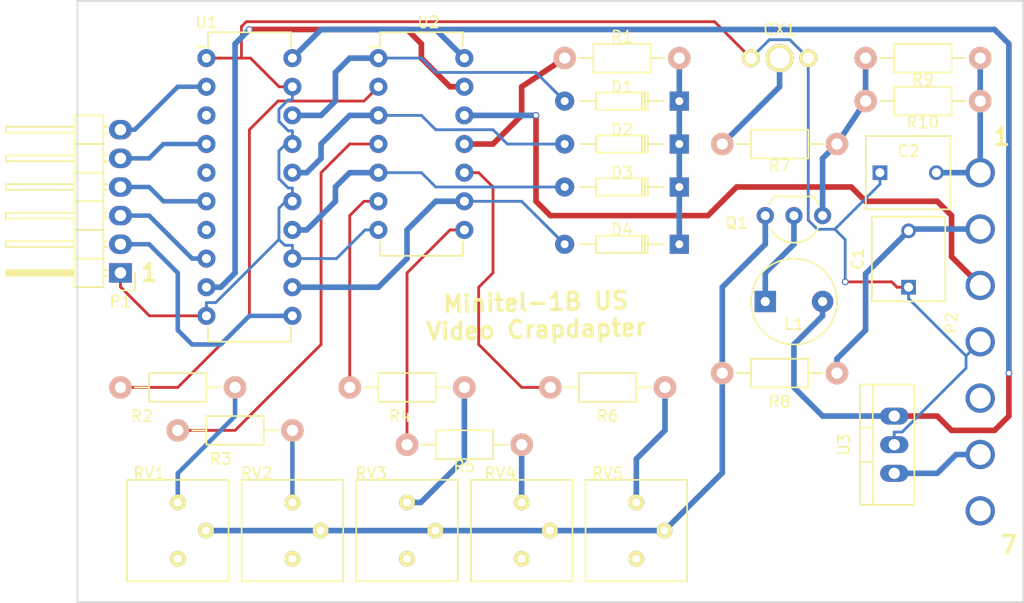
<source format=kicad_pcb>
(kicad_pcb (version 20171130) (host pcbnew "(5.1.12)-1")

  (general
    (thickness 1.6)
    (drawings 8)
    (tracks 245)
    (zones 0)
    (modules 29)
    (nets 43)
  )

  (page A4)
  (layers
    (0 Top signal)
    (31 Bottom signal)
    (32 B.Adhes user hide)
    (33 F.Adhes user hide)
    (34 B.Paste user)
    (35 F.Paste user)
    (36 B.SilkS user)
    (37 F.SilkS user)
    (38 B.Mask user)
    (39 F.Mask user)
    (40 Dwgs.User user)
    (41 Cmts.User user)
    (42 Eco1.User user)
    (43 Eco2.User user)
    (44 Edge.Cuts user)
    (45 Margin user)
    (46 B.CrtYd user)
    (47 F.CrtYd user)
    (48 B.Fab user)
    (49 F.Fab user)
  )

  (setup
    (last_trace_width 0.25)
    (user_trace_width 0.5)
    (user_trace_width 0.6)
    (user_trace_width 1)
    (trace_clearance 0.25)
    (zone_clearance 0.508)
    (zone_45_only no)
    (trace_min 0.2)
    (via_size 0.6)
    (via_drill 0.4)
    (via_min_size 0.4)
    (via_min_drill 0.3)
    (uvia_size 0.3)
    (uvia_drill 0.1)
    (uvias_allowed no)
    (uvia_min_size 0.2)
    (uvia_min_drill 0.1)
    (edge_width 0.15)
    (segment_width 0.2)
    (pcb_text_width 0.3)
    (pcb_text_size 1.5 1.5)
    (mod_edge_width 0.15)
    (mod_text_size 1 1)
    (mod_text_width 0.15)
    (pad_size 1.524 1.524)
    (pad_drill 0.762)
    (pad_to_mask_clearance 0.2)
    (aux_axis_origin 0 0)
    (visible_elements 7FFFFFFF)
    (pcbplotparams
      (layerselection 0x00030_80000001)
      (usegerberextensions false)
      (usegerberattributes true)
      (usegerberadvancedattributes true)
      (creategerberjobfile true)
      (excludeedgelayer true)
      (linewidth 0.100000)
      (plotframeref false)
      (viasonmask false)
      (mode 1)
      (useauxorigin false)
      (hpglpennumber 1)
      (hpglpenspeed 20)
      (hpglpendiameter 15.000000)
      (psnegative false)
      (psa4output false)
      (plotreference true)
      (plotvalue true)
      (plotinvisibletext false)
      (padsonsilk false)
      (subtractmaskfromsilk false)
      (outputformat 1)
      (mirror false)
      (drillshape 1)
      (scaleselection 1)
      (outputdirectory ""))
  )

  (net 0 "")
  (net 1 GND)
  (net 2 "Net-(C1-Pad2)")
  (net 3 "Net-(C2-Pad2)")
  (net 4 "Net-(CX1-Pad1)")
  (net 5 "Net-(D1-Pad2)")
  (net 6 "Net-(D1-Pad1)")
  (net 7 "Net-(D2-Pad2)")
  (net 8 "Net-(D3-Pad2)")
  (net 9 "Net-(D4-Pad2)")
  (net 10 "Net-(L1-Pad1)")
  (net 11 VCC)
  (net 12 "Net-(P1-Pad2)")
  (net 13 "Net-(P1-Pad3)")
  (net 14 "Net-(P1-Pad4)")
  (net 15 "Net-(P1-Pad5)")
  (net 16 "Net-(P1-Pad6)")
  (net 17 "Net-(P2-Pad3)")
  (net 18 "Net-(P2-Pad5)")
  (net 19 "Net-(P2-Pad6)")
  (net 20 "Net-(P2-Pad7)")
  (net 21 "Net-(Q1-Pad3)")
  (net 22 "Net-(Q1-Pad1)")
  (net 23 "Net-(R1-Pad1)")
  (net 24 "Net-(R2-Pad1)")
  (net 25 "Net-(R2-Pad2)")
  (net 26 "Net-(R3-Pad1)")
  (net 27 "Net-(R3-Pad2)")
  (net 28 "Net-(R4-Pad1)")
  (net 29 "Net-(R4-Pad2)")
  (net 30 "Net-(R5-Pad1)")
  (net 31 "Net-(R5-Pad2)")
  (net 32 "Net-(R6-Pad1)")
  (net 33 "Net-(R6-Pad2)")
  (net 34 "Net-(RV1-Pad3)")
  (net 35 "Net-(RV2-Pad3)")
  (net 36 "Net-(RV3-Pad3)")
  (net 37 "Net-(RV4-Pad3)")
  (net 38 "Net-(RV5-Pad3)")
  (net 39 "Net-(U1-Pad3)")
  (net 40 "Net-(U1-Pad5)")
  (net 41 "Net-(U1-Pad7)")
  (net 42 SYNC)

  (net_class Default "This is the default net class."
    (clearance 0.25)
    (trace_width 0.25)
    (via_dia 0.6)
    (via_drill 0.4)
    (uvia_dia 0.3)
    (uvia_drill 0.1)
    (add_net GND)
    (add_net "Net-(C1-Pad2)")
    (add_net "Net-(C2-Pad2)")
    (add_net "Net-(CX1-Pad1)")
    (add_net "Net-(D1-Pad1)")
    (add_net "Net-(D1-Pad2)")
    (add_net "Net-(D2-Pad2)")
    (add_net "Net-(D3-Pad2)")
    (add_net "Net-(D4-Pad2)")
    (add_net "Net-(L1-Pad1)")
    (add_net "Net-(P1-Pad2)")
    (add_net "Net-(P1-Pad3)")
    (add_net "Net-(P1-Pad4)")
    (add_net "Net-(P1-Pad5)")
    (add_net "Net-(P1-Pad6)")
    (add_net "Net-(P2-Pad3)")
    (add_net "Net-(P2-Pad5)")
    (add_net "Net-(P2-Pad6)")
    (add_net "Net-(P2-Pad7)")
    (add_net "Net-(Q1-Pad1)")
    (add_net "Net-(Q1-Pad3)")
    (add_net "Net-(R1-Pad1)")
    (add_net "Net-(R2-Pad1)")
    (add_net "Net-(R2-Pad2)")
    (add_net "Net-(R3-Pad1)")
    (add_net "Net-(R3-Pad2)")
    (add_net "Net-(R4-Pad1)")
    (add_net "Net-(R4-Pad2)")
    (add_net "Net-(R5-Pad1)")
    (add_net "Net-(R5-Pad2)")
    (add_net "Net-(R6-Pad1)")
    (add_net "Net-(R6-Pad2)")
    (add_net "Net-(RV1-Pad3)")
    (add_net "Net-(RV2-Pad3)")
    (add_net "Net-(RV3-Pad3)")
    (add_net "Net-(RV4-Pad3)")
    (add_net "Net-(RV5-Pad3)")
    (add_net "Net-(U1-Pad3)")
    (add_net "Net-(U1-Pad5)")
    (add_net "Net-(U1-Pad7)")
    (add_net SYNC)
    (add_net VCC)
  )

  (net_class normal ""
    (clearance 0.4)
    (trace_width 0.4)
    (via_dia 0.6)
    (via_drill 0.4)
    (uvia_dia 0.3)
    (uvia_drill 0.1)
  )

  (module Capacitors_ThroughHole:C_Rect_L7.5_W6.5_P5 (layer Top) (tedit 0) (tstamp 58F52E80)
    (at 177.8 119.38 90)
    (descr "Film Capacitor Length 7.5mm x Width 6.5mm, Pitch 5mm")
    (tags Capacitor)
    (path /58F2940C)
    (fp_text reference C1 (at 2.5 -4.5 90) (layer F.SilkS)
      (effects (font (size 1 1) (thickness 0.15)))
    )
    (fp_text value 10nF (at 2.5 4.5 90) (layer F.Fab)
      (effects (font (size 1 1) (thickness 0.15)))
    )
    (fp_line (start -1.25 3.25) (end -1.25 -3.25) (layer F.SilkS) (width 0.15))
    (fp_line (start 6.25 3.25) (end -1.25 3.25) (layer F.SilkS) (width 0.15))
    (fp_line (start 6.25 -3.25) (end 6.25 3.25) (layer F.SilkS) (width 0.15))
    (fp_line (start -1.25 -3.25) (end 6.25 -3.25) (layer F.SilkS) (width 0.15))
    (fp_line (start -1.5 3.5) (end -1.5 -3.5) (layer F.CrtYd) (width 0.05))
    (fp_line (start 6.5 3.5) (end -1.5 3.5) (layer F.CrtYd) (width 0.05))
    (fp_line (start 6.5 -3.5) (end 6.5 3.5) (layer F.CrtYd) (width 0.05))
    (fp_line (start -1.5 -3.5) (end 6.5 -3.5) (layer F.CrtYd) (width 0.05))
    (pad 1 thru_hole rect (at 0 0 90) (size 1.3 1.3) (drill 0.8) (layers *.Cu *.Mask)
      (net 1 GND))
    (pad 2 thru_hole circle (at 5 0 90) (size 1.3 1.3) (drill 0.8) (layers *.Cu *.Mask)
      (net 2 "Net-(C1-Pad2)"))
  )

  (module Capacitors_ThroughHole:C_Rect_L7.5_W6.5_P5 (layer Top) (tedit 58F95E50) (tstamp 58F52E86)
    (at 175.26 109.22)
    (descr "Film Capacitor Length 7.5mm x Width 6.5mm, Pitch 5mm")
    (tags Capacitor)
    (path /58F29076)
    (fp_text reference C2 (at 2.54 -1.905) (layer F.SilkS)
      (effects (font (size 1 1) (thickness 0.15)))
    )
    (fp_text value 100nF (at 2.5 4.5) (layer F.Fab)
      (effects (font (size 1 1) (thickness 0.15)))
    )
    (fp_line (start -1.25 3.25) (end -1.25 -3.25) (layer F.SilkS) (width 0.15))
    (fp_line (start 6.25 3.25) (end -1.25 3.25) (layer F.SilkS) (width 0.15))
    (fp_line (start 6.25 -3.25) (end 6.25 3.25) (layer F.SilkS) (width 0.15))
    (fp_line (start -1.25 -3.25) (end 6.25 -3.25) (layer F.SilkS) (width 0.15))
    (fp_line (start -1.5 3.5) (end -1.5 -3.5) (layer F.CrtYd) (width 0.05))
    (fp_line (start 6.5 3.5) (end -1.5 3.5) (layer F.CrtYd) (width 0.05))
    (fp_line (start 6.5 -3.5) (end 6.5 3.5) (layer F.CrtYd) (width 0.05))
    (fp_line (start -1.5 -3.5) (end 6.5 -3.5) (layer F.CrtYd) (width 0.05))
    (pad 1 thru_hole rect (at 0 0) (size 1.3 1.3) (drill 0.8) (layers *.Cu *.Mask)
      (net 1 GND))
    (pad 2 thru_hole circle (at 5 0) (size 1.3 1.3) (drill 0.8) (layers *.Cu *.Mask)
      (net 3 "Net-(C2-Pad2)"))
  )

  (module local:COAX-SHLD (layer Top) (tedit 58F95E80) (tstamp 58F52E8D)
    (at 166.37 102.87)
    (path /58F28BCD)
    (fp_text reference CX1 (at 0 -6.35) (layer F.SilkS)
      (effects (font (size 1 1) (thickness 0.15)))
    )
    (fp_text value COAX (at 0 -1.27) (layer F.Fab)
      (effects (font (size 1 1) (thickness 0.15)))
    )
    (pad 1 thru_hole circle (at 0 -3.81) (size 2.5 2.5) (drill 1.8) (layers *.Cu *.Mask F.SilkS)
      (net 4 "Net-(CX1-Pad1)"))
    (pad 2 thru_hole circle (at 2.54 -3.81) (size 1.6 1.6) (drill 1) (layers *.Cu *.Mask F.SilkS)
      (net 1 GND))
    (pad 3 thru_hole circle (at -2.54 -3.81) (size 1.6 1.6) (drill 1) (layers *.Cu *.Mask F.SilkS)
      (net 1 GND))
  )

  (module Diodes_ThroughHole:Diode_DO-35_SOD27_Horizontal_RM10 (layer Top) (tedit 58F95F1F) (tstamp 58F52E93)
    (at 157.48 102.87 180)
    (descr "Diode, DO-35,  SOD27, Horizontal, RM 10mm")
    (tags "Diode, DO-35, SOD27, Horizontal, RM 10mm, 1N4148,")
    (path /58F238B0)
    (fp_text reference D1 (at 5.08 1.27 180) (layer F.SilkS)
      (effects (font (size 1 1) (thickness 0.15)))
    )
    (fp_text value 1N4148 (at 5.08 0 180) (layer F.Fab)
      (effects (font (size 1 1) (thickness 0.15)))
    )
    (fp_line (start 2.79452 -0.76454) (end 2.79452 -0.00254) (layer F.SilkS) (width 0.15))
    (fp_line (start 7.36652 -0.76454) (end 2.79452 -0.76454) (layer F.SilkS) (width 0.15))
    (fp_line (start 7.36652 0.75946) (end 7.36652 -0.76454) (layer F.SilkS) (width 0.15))
    (fp_line (start 2.79452 0.75946) (end 7.36652 0.75946) (layer F.SilkS) (width 0.15))
    (fp_line (start 2.79452 -0.00254) (end 2.79452 0.75946) (layer F.SilkS) (width 0.15))
    (fp_line (start 3.04852 -0.76454) (end 3.04852 0.75946) (layer F.SilkS) (width 0.15))
    (fp_line (start 3.30252 -0.76454) (end 3.30252 0.75946) (layer F.SilkS) (width 0.15))
    (fp_line (start 2.92152 -0.00254) (end 1.39752 -0.00254) (layer F.SilkS) (width 0.15))
    (fp_line (start 7.36652 -0.00254) (end 8.76352 -0.00254) (layer F.SilkS) (width 0.15))
    (pad 2 thru_hole circle (at 10.16052 -0.00254) (size 1.69926 1.69926) (drill 0.70104) (layers *.Cu *.Mask)
      (net 5 "Net-(D1-Pad2)"))
    (pad 1 thru_hole rect (at 0.00052 -0.00254) (size 1.69926 1.69926) (drill 0.70104) (layers *.Cu *.Mask)
      (net 6 "Net-(D1-Pad1)"))
    (model Diodes_ThroughHole.3dshapes/Diode_DO-35_SOD27_Horizontal_RM10.wrl
      (offset (xyz 5.079999923706055 0 0))
      (scale (xyz 0.4 0.4 0.4))
      (rotate (xyz 0 0 180))
    )
  )

  (module Diodes_ThroughHole:Diode_DO-35_SOD27_Horizontal_RM10 (layer Top) (tedit 58F95F23) (tstamp 58F52E99)
    (at 157.48 106.68 180)
    (descr "Diode, DO-35,  SOD27, Horizontal, RM 10mm")
    (tags "Diode, DO-35, SOD27, Horizontal, RM 10mm, 1N4148,")
    (path /58F2386F)
    (fp_text reference D2 (at 5.08 1.27 180) (layer F.SilkS)
      (effects (font (size 1 1) (thickness 0.15)))
    )
    (fp_text value 1N4148 (at 5.08 0 180) (layer F.Fab)
      (effects (font (size 1 1) (thickness 0.15)))
    )
    (fp_line (start 2.79452 -0.76454) (end 2.79452 -0.00254) (layer F.SilkS) (width 0.15))
    (fp_line (start 7.36652 -0.76454) (end 2.79452 -0.76454) (layer F.SilkS) (width 0.15))
    (fp_line (start 7.36652 0.75946) (end 7.36652 -0.76454) (layer F.SilkS) (width 0.15))
    (fp_line (start 2.79452 0.75946) (end 7.36652 0.75946) (layer F.SilkS) (width 0.15))
    (fp_line (start 2.79452 -0.00254) (end 2.79452 0.75946) (layer F.SilkS) (width 0.15))
    (fp_line (start 3.04852 -0.76454) (end 3.04852 0.75946) (layer F.SilkS) (width 0.15))
    (fp_line (start 3.30252 -0.76454) (end 3.30252 0.75946) (layer F.SilkS) (width 0.15))
    (fp_line (start 2.92152 -0.00254) (end 1.39752 -0.00254) (layer F.SilkS) (width 0.15))
    (fp_line (start 7.36652 -0.00254) (end 8.76352 -0.00254) (layer F.SilkS) (width 0.15))
    (pad 2 thru_hole circle (at 10.16052 -0.00254) (size 1.69926 1.69926) (drill 0.70104) (layers *.Cu *.Mask)
      (net 7 "Net-(D2-Pad2)"))
    (pad 1 thru_hole rect (at 0.00052 -0.00254) (size 1.69926 1.69926) (drill 0.70104) (layers *.Cu *.Mask)
      (net 6 "Net-(D1-Pad1)"))
    (model Diodes_ThroughHole.3dshapes/Diode_DO-35_SOD27_Horizontal_RM10.wrl
      (offset (xyz 5.079999923706055 0 0))
      (scale (xyz 0.4 0.4 0.4))
      (rotate (xyz 0 0 180))
    )
  )

  (module Diodes_ThroughHole:Diode_DO-35_SOD27_Horizontal_RM10 (layer Top) (tedit 58F95F29) (tstamp 58F52E9F)
    (at 157.48 110.49 180)
    (descr "Diode, DO-35,  SOD27, Horizontal, RM 10mm")
    (tags "Diode, DO-35, SOD27, Horizontal, RM 10mm, 1N4148,")
    (path /58F23831)
    (fp_text reference D3 (at 5.08 1.27 180) (layer F.SilkS)
      (effects (font (size 1 1) (thickness 0.15)))
    )
    (fp_text value 1N4148 (at 5.08 0 180) (layer F.Fab)
      (effects (font (size 1 1) (thickness 0.15)))
    )
    (fp_line (start 2.79452 -0.76454) (end 2.79452 -0.00254) (layer F.SilkS) (width 0.15))
    (fp_line (start 7.36652 -0.76454) (end 2.79452 -0.76454) (layer F.SilkS) (width 0.15))
    (fp_line (start 7.36652 0.75946) (end 7.36652 -0.76454) (layer F.SilkS) (width 0.15))
    (fp_line (start 2.79452 0.75946) (end 7.36652 0.75946) (layer F.SilkS) (width 0.15))
    (fp_line (start 2.79452 -0.00254) (end 2.79452 0.75946) (layer F.SilkS) (width 0.15))
    (fp_line (start 3.04852 -0.76454) (end 3.04852 0.75946) (layer F.SilkS) (width 0.15))
    (fp_line (start 3.30252 -0.76454) (end 3.30252 0.75946) (layer F.SilkS) (width 0.15))
    (fp_line (start 2.92152 -0.00254) (end 1.39752 -0.00254) (layer F.SilkS) (width 0.15))
    (fp_line (start 7.36652 -0.00254) (end 8.76352 -0.00254) (layer F.SilkS) (width 0.15))
    (pad 2 thru_hole circle (at 10.16052 -0.00254) (size 1.69926 1.69926) (drill 0.70104) (layers *.Cu *.Mask)
      (net 8 "Net-(D3-Pad2)"))
    (pad 1 thru_hole rect (at 0.00052 -0.00254) (size 1.69926 1.69926) (drill 0.70104) (layers *.Cu *.Mask)
      (net 6 "Net-(D1-Pad1)"))
    (model Diodes_ThroughHole.3dshapes/Diode_DO-35_SOD27_Horizontal_RM10.wrl
      (offset (xyz 5.079999923706055 0 0))
      (scale (xyz 0.4 0.4 0.4))
      (rotate (xyz 0 0 180))
    )
  )

  (module Diodes_ThroughHole:Diode_DO-35_SOD27_Horizontal_RM10 (layer Top) (tedit 58F95F2D) (tstamp 58F52EA5)
    (at 157.48 115.57 180)
    (descr "Diode, DO-35,  SOD27, Horizontal, RM 10mm")
    (tags "Diode, DO-35, SOD27, Horizontal, RM 10mm, 1N4148,")
    (path /58F237A3)
    (fp_text reference D4 (at 5.08 1.27 180) (layer F.SilkS)
      (effects (font (size 1 1) (thickness 0.15)))
    )
    (fp_text value 1N4148 (at 5.08 0 180) (layer F.Fab)
      (effects (font (size 1 1) (thickness 0.15)))
    )
    (fp_line (start 2.79452 -0.76454) (end 2.79452 -0.00254) (layer F.SilkS) (width 0.15))
    (fp_line (start 7.36652 -0.76454) (end 2.79452 -0.76454) (layer F.SilkS) (width 0.15))
    (fp_line (start 7.36652 0.75946) (end 7.36652 -0.76454) (layer F.SilkS) (width 0.15))
    (fp_line (start 2.79452 0.75946) (end 7.36652 0.75946) (layer F.SilkS) (width 0.15))
    (fp_line (start 2.79452 -0.00254) (end 2.79452 0.75946) (layer F.SilkS) (width 0.15))
    (fp_line (start 3.04852 -0.76454) (end 3.04852 0.75946) (layer F.SilkS) (width 0.15))
    (fp_line (start 3.30252 -0.76454) (end 3.30252 0.75946) (layer F.SilkS) (width 0.15))
    (fp_line (start 2.92152 -0.00254) (end 1.39752 -0.00254) (layer F.SilkS) (width 0.15))
    (fp_line (start 7.36652 -0.00254) (end 8.76352 -0.00254) (layer F.SilkS) (width 0.15))
    (pad 2 thru_hole circle (at 10.16052 -0.00254) (size 1.69926 1.69926) (drill 0.70104) (layers *.Cu *.Mask)
      (net 9 "Net-(D4-Pad2)"))
    (pad 1 thru_hole rect (at 0.00052 -0.00254) (size 1.69926 1.69926) (drill 0.70104) (layers *.Cu *.Mask)
      (net 6 "Net-(D1-Pad1)"))
    (model Diodes_ThroughHole.3dshapes/Diode_DO-35_SOD27_Horizontal_RM10.wrl
      (offset (xyz 5.079999923706055 0 0))
      (scale (xyz 0.4 0.4 0.4))
      (rotate (xyz 0 0 180))
    )
  )

  (module Inductors:INDUCTOR_V (layer Top) (tedit 0) (tstamp 58F52EAB)
    (at 167.64 120.65)
    (descr "Inductor (vertical)")
    (tags INDUCTOR)
    (path /58F29228)
    (fp_text reference L1 (at 0 1.99898) (layer F.SilkS)
      (effects (font (size 1 1) (thickness 0.15)))
    )
    (fp_text value 20uH (at 0.09906 -1.99898) (layer F.Fab)
      (effects (font (size 1 1) (thickness 0.15)))
    )
    (fp_circle (center 0 0) (end 3.81 0) (layer F.SilkS) (width 0.15))
    (pad 1 thru_hole rect (at -2.54 0) (size 1.905 1.905) (drill 0.8128) (layers *.Cu *.Mask)
      (net 10 "Net-(L1-Pad1)"))
    (pad 2 thru_hole circle (at 2.54 0) (size 1.905 1.905) (drill 0.8128) (layers *.Cu *.Mask)
      (net 11 VCC))
    (model Inductors.3dshapes/INDUCTOR_V.wrl
      (at (xyz 0 0 0))
      (scale (xyz 2 2 2))
      (rotate (xyz 0 0 0))
    )
  )

  (module Pin_Headers:Pin_Header_Angled_1x06 (layer Top) (tedit 58F95F5A) (tstamp 58F52EB5)
    (at 107.95 118.11 180)
    (descr "Through hole pin header")
    (tags "pin header")
    (path /58F23AA2)
    (fp_text reference P1 (at 0 -2.54 180) (layer F.SilkS)
      (effects (font (size 1 1) (thickness 0.15)))
    )
    (fp_text value CONN_01X06 (at 2.54 6.985 270) (layer F.Fab)
      (effects (font (size 1 1) (thickness 0.15)))
    )
    (fp_line (start 1.524 3.81) (end 4.064 3.81) (layer F.SilkS) (width 0.15))
    (fp_line (start 1.524 3.81) (end 1.524 6.35) (layer F.SilkS) (width 0.15))
    (fp_line (start 1.524 6.35) (end 4.064 6.35) (layer F.SilkS) (width 0.15))
    (fp_line (start 4.064 4.826) (end 10.16 4.826) (layer F.SilkS) (width 0.15))
    (fp_line (start 10.16 4.826) (end 10.16 5.334) (layer F.SilkS) (width 0.15))
    (fp_line (start 10.16 5.334) (end 4.064 5.334) (layer F.SilkS) (width 0.15))
    (fp_line (start 4.064 6.35) (end 4.064 3.81) (layer F.SilkS) (width 0.15))
    (fp_line (start 4.064 8.89) (end 4.064 6.35) (layer F.SilkS) (width 0.15))
    (fp_line (start 10.16 7.874) (end 4.064 7.874) (layer F.SilkS) (width 0.15))
    (fp_line (start 10.16 7.366) (end 10.16 7.874) (layer F.SilkS) (width 0.15))
    (fp_line (start 4.064 7.366) (end 10.16 7.366) (layer F.SilkS) (width 0.15))
    (fp_line (start 1.524 8.89) (end 4.064 8.89) (layer F.SilkS) (width 0.15))
    (fp_line (start 1.524 6.35) (end 1.524 8.89) (layer F.SilkS) (width 0.15))
    (fp_line (start 1.524 6.35) (end 4.064 6.35) (layer F.SilkS) (width 0.15))
    (fp_line (start 1.524 11.43) (end 4.064 11.43) (layer F.SilkS) (width 0.15))
    (fp_line (start 1.524 11.43) (end 1.524 13.97) (layer F.SilkS) (width 0.15))
    (fp_line (start 1.524 13.97) (end 4.064 13.97) (layer F.SilkS) (width 0.15))
    (fp_line (start 4.064 12.446) (end 10.16 12.446) (layer F.SilkS) (width 0.15))
    (fp_line (start 10.16 12.446) (end 10.16 12.954) (layer F.SilkS) (width 0.15))
    (fp_line (start 10.16 12.954) (end 4.064 12.954) (layer F.SilkS) (width 0.15))
    (fp_line (start 4.064 13.97) (end 4.064 11.43) (layer F.SilkS) (width 0.15))
    (fp_line (start 4.064 11.43) (end 4.064 8.89) (layer F.SilkS) (width 0.15))
    (fp_line (start 10.16 10.414) (end 4.064 10.414) (layer F.SilkS) (width 0.15))
    (fp_line (start 10.16 9.906) (end 10.16 10.414) (layer F.SilkS) (width 0.15))
    (fp_line (start 4.064 9.906) (end 10.16 9.906) (layer F.SilkS) (width 0.15))
    (fp_line (start 1.524 11.43) (end 4.064 11.43) (layer F.SilkS) (width 0.15))
    (fp_line (start 1.524 8.89) (end 1.524 11.43) (layer F.SilkS) (width 0.15))
    (fp_line (start 1.524 8.89) (end 4.064 8.89) (layer F.SilkS) (width 0.15))
    (fp_line (start 1.524 -1.27) (end 1.524 1.27) (layer F.SilkS) (width 0.15))
    (fp_line (start 1.524 1.27) (end 4.064 1.27) (layer F.SilkS) (width 0.15))
    (fp_line (start 4.064 -0.254) (end 10.16 -0.254) (layer F.SilkS) (width 0.15))
    (fp_line (start 10.16 -0.254) (end 10.16 0.254) (layer F.SilkS) (width 0.15))
    (fp_line (start 10.16 0.254) (end 4.064 0.254) (layer F.SilkS) (width 0.15))
    (fp_line (start 4.064 1.27) (end 4.064 -1.27) (layer F.SilkS) (width 0.15))
    (fp_line (start 4.064 3.81) (end 4.064 1.27) (layer F.SilkS) (width 0.15))
    (fp_line (start 10.16 2.794) (end 4.064 2.794) (layer F.SilkS) (width 0.15))
    (fp_line (start 10.16 2.286) (end 10.16 2.794) (layer F.SilkS) (width 0.15))
    (fp_line (start 4.064 2.286) (end 10.16 2.286) (layer F.SilkS) (width 0.15))
    (fp_line (start 1.524 3.81) (end 4.064 3.81) (layer F.SilkS) (width 0.15))
    (fp_line (start 1.524 1.27) (end 1.524 3.81) (layer F.SilkS) (width 0.15))
    (fp_line (start 1.524 1.27) (end 4.064 1.27) (layer F.SilkS) (width 0.15))
    (fp_line (start 1.524 -1.27) (end 4.064 -1.27) (layer F.SilkS) (width 0.15))
    (fp_line (start 1.524 7.366) (end 1.143 7.366) (layer F.SilkS) (width 0.15))
    (fp_line (start 1.524 7.874) (end 1.143 7.874) (layer F.SilkS) (width 0.15))
    (fp_line (start 1.524 9.906) (end 1.143 9.906) (layer F.SilkS) (width 0.15))
    (fp_line (start 1.524 10.414) (end 1.143 10.414) (layer F.SilkS) (width 0.15))
    (fp_line (start 1.524 12.446) (end 1.143 12.446) (layer F.SilkS) (width 0.15))
    (fp_line (start 1.524 12.954) (end 1.143 12.954) (layer F.SilkS) (width 0.15))
    (fp_line (start 1.524 5.334) (end 1.143 5.334) (layer F.SilkS) (width 0.15))
    (fp_line (start 1.524 4.826) (end 1.143 4.826) (layer F.SilkS) (width 0.15))
    (fp_line (start 1.524 2.794) (end 1.143 2.794) (layer F.SilkS) (width 0.15))
    (fp_line (start 1.524 2.286) (end 1.143 2.286) (layer F.SilkS) (width 0.15))
    (fp_line (start 1.524 0.254) (end 1.143 0.254) (layer F.SilkS) (width 0.15))
    (fp_line (start 1.524 -0.254) (end 1.143 -0.254) (layer F.SilkS) (width 0.15))
    (fp_line (start 4.191 0) (end 10.033 0) (layer F.SilkS) (width 0.15))
    (fp_line (start 4.191 0.127) (end 4.191 0) (layer F.SilkS) (width 0.15))
    (fp_line (start 10.033 0.127) (end 4.191 0.127) (layer F.SilkS) (width 0.15))
    (fp_line (start 10.033 -0.127) (end 10.033 0.127) (layer F.SilkS) (width 0.15))
    (fp_line (start 4.191 -0.127) (end 10.033 -0.127) (layer F.SilkS) (width 0.15))
    (fp_line (start 0 -1.55) (end -1.3 -1.55) (layer F.SilkS) (width 0.15))
    (fp_line (start -1.3 -1.55) (end -1.3 0) (layer F.SilkS) (width 0.15))
    (fp_line (start -1.5 14.45) (end 10.65 14.45) (layer F.CrtYd) (width 0.05))
    (fp_line (start -1.5 -1.75) (end 10.65 -1.75) (layer F.CrtYd) (width 0.05))
    (fp_line (start 10.65 -1.75) (end 10.65 14.45) (layer F.CrtYd) (width 0.05))
    (fp_line (start -1.5 -1.75) (end -1.5 14.45) (layer F.CrtYd) (width 0.05))
    (pad 1 thru_hole rect (at 0 0 180) (size 2.032 1.7272) (drill 1.016) (layers *.Cu *.Mask)
      (net 1 GND))
    (pad 2 thru_hole oval (at 0 2.54 180) (size 2.032 1.7272) (drill 1.016) (layers *.Cu *.Mask)
      (net 12 "Net-(P1-Pad2)"))
    (pad 3 thru_hole oval (at 0 5.08 180) (size 2.032 1.7272) (drill 1.016) (layers *.Cu *.Mask)
      (net 13 "Net-(P1-Pad3)"))
    (pad 4 thru_hole oval (at 0 7.62 180) (size 2.032 1.7272) (drill 1.016) (layers *.Cu *.Mask)
      (net 14 "Net-(P1-Pad4)"))
    (pad 5 thru_hole oval (at 0 10.16 180) (size 2.032 1.7272) (drill 1.016) (layers *.Cu *.Mask)
      (net 15 "Net-(P1-Pad5)"))
    (pad 6 thru_hole oval (at 0 12.7 180) (size 2.032 1.7272) (drill 1.016) (layers *.Cu *.Mask)
      (net 16 "Net-(P1-Pad6)"))
    (model Pin_Headers.3dshapes/Pin_Header_Angled_1x06.wrl
      (offset (xyz 0 -6.349999904632568 0))
      (scale (xyz 1 1 1))
      (rotate (xyz 0 0 90))
    )
  )

  (module local:CONN-1x7-5mm-pitch (layer Top) (tedit 58F95F69) (tstamp 58F52EC0)
    (at 184.15 109.22 270)
    (path /58F232A1)
    (fp_text reference P2 (at 13.335 2.54 270) (layer F.SilkS)
      (effects (font (size 1 1) (thickness 0.15)))
    )
    (fp_text value CONN_01X07 (at 15.24 -2.54 270) (layer F.Fab)
      (effects (font (size 1 1) (thickness 0.15)))
    )
    (pad 1 thru_hole circle (at 0 0 270) (size 2.6 2.6) (drill 1.85) (layers *.Cu *.Mask)
      (net 3 "Net-(C2-Pad2)"))
    (pad 2 thru_hole circle (at 5 0 270) (size 2.6 2.6) (drill 1.85) (layers *.Cu *.Mask)
      (net 2 "Net-(C1-Pad2)"))
    (pad 3 thru_hole circle (at 10 0 270) (size 2.6 2.6) (drill 1.85) (layers *.Cu *.Mask)
      (net 17 "Net-(P2-Pad3)"))
    (pad 4 thru_hole circle (at 15 0 270) (size 2.6 2.6) (drill 1.85) (layers *.Cu *.Mask)
      (net 1 GND))
    (pad 5 thru_hole circle (at 20 0 270) (size 2.6 2.6) (drill 1.85) (layers *.Cu *.Mask)
      (net 18 "Net-(P2-Pad5)"))
    (pad 6 thru_hole circle (at 25 0 270) (size 2.6 2.6) (drill 1.85) (layers *.Cu *.Mask)
      (net 19 "Net-(P2-Pad6)"))
    (pad 7 thru_hole circle (at 30 0 270) (size 2.6 2.6) (drill 1.85) (layers *.Cu *.Mask)
      (net 20 "Net-(P2-Pad7)"))
  )

  (module TO_SOT_Packages_THT:TO-92_Inline_Wide (layer Top) (tedit 58F95E9E) (tstamp 58F52EC7)
    (at 170.18 113.03 180)
    (descr "TO-92 leads in-line, wide, drill 0.8mm (see NXP sot054_po.pdf)")
    (tags "to-92 sc-43 sc-43a sot54 PA33 transistor")
    (path /58F28961)
    (fp_text reference Q1 (at 7.62 -0.635) (layer F.SilkS)
      (effects (font (size 1 1) (thickness 0.15)))
    )
    (fp_text value C5468 (at 2.54 2.54) (layer F.Fab)
      (effects (font (size 1 1) (thickness 0.15)))
    )
    (fp_line (start 6.1 1.95) (end 6.1 -2.65) (layer F.CrtYd) (width 0.05))
    (fp_line (start -1 -2.65) (end 6.1 -2.65) (layer F.CrtYd) (width 0.05))
    (fp_line (start 0.84 1.7) (end 4.24 1.7) (layer F.SilkS) (width 0.15))
    (fp_line (start -1 1.95) (end 6.1 1.95) (layer F.CrtYd) (width 0.05))
    (fp_line (start -1 1.95) (end -1 -2.65) (layer F.CrtYd) (width 0.05))
    (fp_arc (start 2.54 0) (end 0.84 1.7) (angle 20.5) (layer F.SilkS) (width 0.15))
    (fp_arc (start 2.54 0) (end 4.24 1.7) (angle -20.5) (layer F.SilkS) (width 0.15))
    (fp_arc (start 2.54 0) (end 2.54 -2.4) (angle -65.55604127) (layer F.SilkS) (width 0.15))
    (fp_arc (start 2.54 0) (end 2.54 -2.4) (angle 65.55604127) (layer F.SilkS) (width 0.15))
    (pad 2 thru_hole circle (at 2.54 0 270) (size 1.524 1.524) (drill 0.8) (layers *.Cu *.Mask)
      (net 10 "Net-(L1-Pad1)"))
    (pad 3 thru_hole circle (at 5.08 0 270) (size 1.524 1.524) (drill 0.8) (layers *.Cu *.Mask)
      (net 21 "Net-(Q1-Pad3)"))
    (pad 1 thru_hole circle (at 0 0 270) (size 1.524 1.524) (drill 0.8) (layers *.Cu *.Mask)
      (net 22 "Net-(Q1-Pad1)"))
    (model TO_SOT_Packages_THT.3dshapes/TO-92_Inline_Wide.wrl
      (offset (xyz 2.539999961853027 0 0))
      (scale (xyz 1 1 1))
      (rotate (xyz 0 0 -90))
    )
  )

  (module Resistors_ThroughHole:Resistor_Horizontal_RM10mm (layer Top) (tedit 58F95F15) (tstamp 58F52ECD)
    (at 147.32 99.06)
    (descr "Resistor, Axial,  RM 10mm, 1/3W")
    (tags "Resistor Axial RM 10mm 1/3W")
    (path /58F287FA)
    (fp_text reference R1 (at 5.08 -1.905) (layer F.SilkS)
      (effects (font (size 1 1) (thickness 0.15)))
    )
    (fp_text value 680 (at 5.08 0) (layer F.Fab)
      (effects (font (size 1 1) (thickness 0.15)))
    )
    (fp_line (start 7.62 0) (end 8.89 0) (layer F.SilkS) (width 0.15))
    (fp_line (start 2.54 0) (end 1.27 0) (layer F.SilkS) (width 0.15))
    (fp_line (start 2.54 1.27) (end 2.54 -1.27) (layer F.SilkS) (width 0.15))
    (fp_line (start 7.62 1.27) (end 2.54 1.27) (layer F.SilkS) (width 0.15))
    (fp_line (start 7.62 -1.27) (end 7.62 1.27) (layer F.SilkS) (width 0.15))
    (fp_line (start 2.54 -1.27) (end 7.62 -1.27) (layer F.SilkS) (width 0.15))
    (fp_line (start -1.25 1.5) (end 11.4 1.5) (layer F.CrtYd) (width 0.05))
    (fp_line (start 11.4 -1.5) (end 11.4 1.5) (layer F.CrtYd) (width 0.05))
    (fp_line (start -1.25 1.5) (end -1.25 -1.5) (layer F.CrtYd) (width 0.05))
    (fp_line (start -1.25 -1.5) (end 11.4 -1.5) (layer F.CrtYd) (width 0.05))
    (pad 1 thru_hole circle (at 0 0) (size 1.99898 1.99898) (drill 1.00076) (layers *.Cu *.SilkS *.Mask)
      (net 23 "Net-(R1-Pad1)"))
    (pad 2 thru_hole circle (at 10.16 0) (size 1.99898 1.99898) (drill 1.00076) (layers *.Cu *.SilkS *.Mask)
      (net 6 "Net-(D1-Pad1)"))
    (model Resistors_ThroughHole.3dshapes/Resistor_Horizontal_RM10mm.wrl
      (offset (xyz 5.079999923706055 0 0))
      (scale (xyz 0.4 0.4 0.4))
      (rotate (xyz 0 0 0))
    )
  )

  (module Resistors_ThroughHole:Resistor_Horizontal_RM10mm (layer Top) (tedit 58F95ED4) (tstamp 58F52ED3)
    (at 118.11 128.27 180)
    (descr "Resistor, Axial,  RM 10mm, 1/3W")
    (tags "Resistor Axial RM 10mm 1/3W")
    (path /58F2A2D5)
    (fp_text reference R2 (at 8.255 -2.54 180) (layer F.SilkS)
      (effects (font (size 1 1) (thickness 0.15)))
    )
    (fp_text value 4K (at 5.08 0 180) (layer F.Fab)
      (effects (font (size 1 1) (thickness 0.15)))
    )
    (fp_line (start 7.62 0) (end 8.89 0) (layer F.SilkS) (width 0.15))
    (fp_line (start 2.54 0) (end 1.27 0) (layer F.SilkS) (width 0.15))
    (fp_line (start 2.54 1.27) (end 2.54 -1.27) (layer F.SilkS) (width 0.15))
    (fp_line (start 7.62 1.27) (end 2.54 1.27) (layer F.SilkS) (width 0.15))
    (fp_line (start 7.62 -1.27) (end 7.62 1.27) (layer F.SilkS) (width 0.15))
    (fp_line (start 2.54 -1.27) (end 7.62 -1.27) (layer F.SilkS) (width 0.15))
    (fp_line (start -1.25 1.5) (end 11.4 1.5) (layer F.CrtYd) (width 0.05))
    (fp_line (start 11.4 -1.5) (end 11.4 1.5) (layer F.CrtYd) (width 0.05))
    (fp_line (start -1.25 1.5) (end -1.25 -1.5) (layer F.CrtYd) (width 0.05))
    (fp_line (start -1.25 -1.5) (end 11.4 -1.5) (layer F.CrtYd) (width 0.05))
    (pad 1 thru_hole circle (at 0 0 180) (size 1.99898 1.99898) (drill 1.00076) (layers *.Cu *.SilkS *.Mask)
      (net 24 "Net-(R2-Pad1)"))
    (pad 2 thru_hole circle (at 10.16 0 180) (size 1.99898 1.99898) (drill 1.00076) (layers *.Cu *.SilkS *.Mask)
      (net 25 "Net-(R2-Pad2)"))
    (model Resistors_ThroughHole.3dshapes/Resistor_Horizontal_RM10mm.wrl
      (offset (xyz 5.079999923706055 0 0))
      (scale (xyz 0.4 0.4 0.4))
      (rotate (xyz 0 0 0))
    )
  )

  (module Resistors_ThroughHole:Resistor_Horizontal_RM10mm (layer Top) (tedit 58F95EE8) (tstamp 58F52ED9)
    (at 123.19 132.08 180)
    (descr "Resistor, Axial,  RM 10mm, 1/3W")
    (tags "Resistor Axial RM 10mm 1/3W")
    (path /58F2A278)
    (fp_text reference R3 (at 6.35 -2.54 180) (layer F.SilkS)
      (effects (font (size 1 1) (thickness 0.15)))
    )
    (fp_text value 1.8K (at 5.08 0 180) (layer F.Fab)
      (effects (font (size 1 1) (thickness 0.15)))
    )
    (fp_line (start 7.62 0) (end 8.89 0) (layer F.SilkS) (width 0.15))
    (fp_line (start 2.54 0) (end 1.27 0) (layer F.SilkS) (width 0.15))
    (fp_line (start 2.54 1.27) (end 2.54 -1.27) (layer F.SilkS) (width 0.15))
    (fp_line (start 7.62 1.27) (end 2.54 1.27) (layer F.SilkS) (width 0.15))
    (fp_line (start 7.62 -1.27) (end 7.62 1.27) (layer F.SilkS) (width 0.15))
    (fp_line (start 2.54 -1.27) (end 7.62 -1.27) (layer F.SilkS) (width 0.15))
    (fp_line (start -1.25 1.5) (end 11.4 1.5) (layer F.CrtYd) (width 0.05))
    (fp_line (start 11.4 -1.5) (end 11.4 1.5) (layer F.CrtYd) (width 0.05))
    (fp_line (start -1.25 1.5) (end -1.25 -1.5) (layer F.CrtYd) (width 0.05))
    (fp_line (start -1.25 -1.5) (end 11.4 -1.5) (layer F.CrtYd) (width 0.05))
    (pad 1 thru_hole circle (at 0 0 180) (size 1.99898 1.99898) (drill 1.00076) (layers *.Cu *.SilkS *.Mask)
      (net 26 "Net-(R3-Pad1)"))
    (pad 2 thru_hole circle (at 10.16 0 180) (size 1.99898 1.99898) (drill 1.00076) (layers *.Cu *.SilkS *.Mask)
      (net 27 "Net-(R3-Pad2)"))
    (model Resistors_ThroughHole.3dshapes/Resistor_Horizontal_RM10mm.wrl
      (offset (xyz 5.079999923706055 0 0))
      (scale (xyz 0.4 0.4 0.4))
      (rotate (xyz 0 0 0))
    )
  )

  (module Resistors_ThroughHole:Resistor_Horizontal_RM10mm (layer Top) (tedit 58F95EBA) (tstamp 58F52EDF)
    (at 138.43 128.27 180)
    (descr "Resistor, Axial,  RM 10mm, 1/3W")
    (tags "Resistor Axial RM 10mm 1/3W")
    (path /58F2A21B)
    (fp_text reference R4 (at 5.715 -2.54 180) (layer F.SilkS)
      (effects (font (size 1 1) (thickness 0.15)))
    )
    (fp_text value 1K (at 5.08 0 180) (layer F.Fab)
      (effects (font (size 1 1) (thickness 0.15)))
    )
    (fp_line (start 7.62 0) (end 8.89 0) (layer F.SilkS) (width 0.15))
    (fp_line (start 2.54 0) (end 1.27 0) (layer F.SilkS) (width 0.15))
    (fp_line (start 2.54 1.27) (end 2.54 -1.27) (layer F.SilkS) (width 0.15))
    (fp_line (start 7.62 1.27) (end 2.54 1.27) (layer F.SilkS) (width 0.15))
    (fp_line (start 7.62 -1.27) (end 7.62 1.27) (layer F.SilkS) (width 0.15))
    (fp_line (start 2.54 -1.27) (end 7.62 -1.27) (layer F.SilkS) (width 0.15))
    (fp_line (start -1.25 1.5) (end 11.4 1.5) (layer F.CrtYd) (width 0.05))
    (fp_line (start 11.4 -1.5) (end 11.4 1.5) (layer F.CrtYd) (width 0.05))
    (fp_line (start -1.25 1.5) (end -1.25 -1.5) (layer F.CrtYd) (width 0.05))
    (fp_line (start -1.25 -1.5) (end 11.4 -1.5) (layer F.CrtYd) (width 0.05))
    (pad 1 thru_hole circle (at 0 0 180) (size 1.99898 1.99898) (drill 1.00076) (layers *.Cu *.SilkS *.Mask)
      (net 28 "Net-(R4-Pad1)"))
    (pad 2 thru_hole circle (at 10.16 0 180) (size 1.99898 1.99898) (drill 1.00076) (layers *.Cu *.SilkS *.Mask)
      (net 29 "Net-(R4-Pad2)"))
    (model Resistors_ThroughHole.3dshapes/Resistor_Horizontal_RM10mm.wrl
      (offset (xyz 5.079999923706055 0 0))
      (scale (xyz 0.4 0.4 0.4))
      (rotate (xyz 0 0 0))
    )
  )

  (module Resistors_ThroughHole:Resistor_Horizontal_RM10mm (layer Top) (tedit 58F95EF8) (tstamp 58F52EE5)
    (at 143.51 133.35 180)
    (descr "Resistor, Axial,  RM 10mm, 1/3W")
    (tags "Resistor Axial RM 10mm 1/3W")
    (path /58F2A1C4)
    (fp_text reference R5 (at 5.08 -1.905 180) (layer F.SilkS)
      (effects (font (size 1 1) (thickness 0.15)))
    )
    (fp_text value 460 (at 5.08 0 180) (layer F.Fab)
      (effects (font (size 1 1) (thickness 0.15)))
    )
    (fp_line (start 7.62 0) (end 8.89 0) (layer F.SilkS) (width 0.15))
    (fp_line (start 2.54 0) (end 1.27 0) (layer F.SilkS) (width 0.15))
    (fp_line (start 2.54 1.27) (end 2.54 -1.27) (layer F.SilkS) (width 0.15))
    (fp_line (start 7.62 1.27) (end 2.54 1.27) (layer F.SilkS) (width 0.15))
    (fp_line (start 7.62 -1.27) (end 7.62 1.27) (layer F.SilkS) (width 0.15))
    (fp_line (start 2.54 -1.27) (end 7.62 -1.27) (layer F.SilkS) (width 0.15))
    (fp_line (start -1.25 1.5) (end 11.4 1.5) (layer F.CrtYd) (width 0.05))
    (fp_line (start 11.4 -1.5) (end 11.4 1.5) (layer F.CrtYd) (width 0.05))
    (fp_line (start -1.25 1.5) (end -1.25 -1.5) (layer F.CrtYd) (width 0.05))
    (fp_line (start -1.25 -1.5) (end 11.4 -1.5) (layer F.CrtYd) (width 0.05))
    (pad 1 thru_hole circle (at 0 0 180) (size 1.99898 1.99898) (drill 1.00076) (layers *.Cu *.SilkS *.Mask)
      (net 30 "Net-(R5-Pad1)"))
    (pad 2 thru_hole circle (at 10.16 0 180) (size 1.99898 1.99898) (drill 1.00076) (layers *.Cu *.SilkS *.Mask)
      (net 31 "Net-(R5-Pad2)"))
    (model Resistors_ThroughHole.3dshapes/Resistor_Horizontal_RM10mm.wrl
      (offset (xyz 5.079999923706055 0 0))
      (scale (xyz 0.4 0.4 0.4))
      (rotate (xyz 0 0 0))
    )
  )

  (module Resistors_ThroughHole:Resistor_Horizontal_RM10mm (layer Top) (tedit 58F95EAE) (tstamp 58F52EEB)
    (at 156.21 128.27 180)
    (descr "Resistor, Axial,  RM 10mm, 1/3W")
    (tags "Resistor Axial RM 10mm 1/3W")
    (path /58F2A0FB)
    (fp_text reference R6 (at 5.08 -2.54 180) (layer F.SilkS)
      (effects (font (size 1 1) (thickness 0.15)))
    )
    (fp_text value 620 (at 5.08 0 180) (layer F.Fab)
      (effects (font (size 1 1) (thickness 0.15)))
    )
    (fp_line (start 7.62 0) (end 8.89 0) (layer F.SilkS) (width 0.15))
    (fp_line (start 2.54 0) (end 1.27 0) (layer F.SilkS) (width 0.15))
    (fp_line (start 2.54 1.27) (end 2.54 -1.27) (layer F.SilkS) (width 0.15))
    (fp_line (start 7.62 1.27) (end 2.54 1.27) (layer F.SilkS) (width 0.15))
    (fp_line (start 7.62 -1.27) (end 7.62 1.27) (layer F.SilkS) (width 0.15))
    (fp_line (start 2.54 -1.27) (end 7.62 -1.27) (layer F.SilkS) (width 0.15))
    (fp_line (start -1.25 1.5) (end 11.4 1.5) (layer F.CrtYd) (width 0.05))
    (fp_line (start 11.4 -1.5) (end 11.4 1.5) (layer F.CrtYd) (width 0.05))
    (fp_line (start -1.25 1.5) (end -1.25 -1.5) (layer F.CrtYd) (width 0.05))
    (fp_line (start -1.25 -1.5) (end 11.4 -1.5) (layer F.CrtYd) (width 0.05))
    (pad 1 thru_hole circle (at 0 0 180) (size 1.99898 1.99898) (drill 1.00076) (layers *.Cu *.SilkS *.Mask)
      (net 32 "Net-(R6-Pad1)"))
    (pad 2 thru_hole circle (at 10.16 0 180) (size 1.99898 1.99898) (drill 1.00076) (layers *.Cu *.SilkS *.Mask)
      (net 33 "Net-(R6-Pad2)"))
    (model Resistors_ThroughHole.3dshapes/Resistor_Horizontal_RM10mm.wrl
      (offset (xyz 5.079999923706055 0 0))
      (scale (xyz 0.4 0.4 0.4))
      (rotate (xyz 0 0 0))
    )
  )

  (module Resistors_ThroughHole:Resistor_Horizontal_RM10mm (layer Top) (tedit 58F95E8D) (tstamp 58F52EF1)
    (at 161.29 106.68)
    (descr "Resistor, Axial,  RM 10mm, 1/3W")
    (tags "Resistor Axial RM 10mm 1/3W")
    (path /58F28A42)
    (fp_text reference R7 (at 5.08 1.905) (layer F.SilkS)
      (effects (font (size 1 1) (thickness 0.15)))
    )
    (fp_text value 100 (at 5.08 0) (layer F.Fab)
      (effects (font (size 1 1) (thickness 0.15)))
    )
    (fp_line (start 7.62 0) (end 8.89 0) (layer F.SilkS) (width 0.15))
    (fp_line (start 2.54 0) (end 1.27 0) (layer F.SilkS) (width 0.15))
    (fp_line (start 2.54 1.27) (end 2.54 -1.27) (layer F.SilkS) (width 0.15))
    (fp_line (start 7.62 1.27) (end 2.54 1.27) (layer F.SilkS) (width 0.15))
    (fp_line (start 7.62 -1.27) (end 7.62 1.27) (layer F.SilkS) (width 0.15))
    (fp_line (start 2.54 -1.27) (end 7.62 -1.27) (layer F.SilkS) (width 0.15))
    (fp_line (start -1.25 1.5) (end 11.4 1.5) (layer F.CrtYd) (width 0.05))
    (fp_line (start 11.4 -1.5) (end 11.4 1.5) (layer F.CrtYd) (width 0.05))
    (fp_line (start -1.25 1.5) (end -1.25 -1.5) (layer F.CrtYd) (width 0.05))
    (fp_line (start -1.25 -1.5) (end 11.4 -1.5) (layer F.CrtYd) (width 0.05))
    (pad 1 thru_hole circle (at 0 0) (size 1.99898 1.99898) (drill 1.00076) (layers *.Cu *.SilkS *.Mask)
      (net 4 "Net-(CX1-Pad1)"))
    (pad 2 thru_hole circle (at 10.16 0) (size 1.99898 1.99898) (drill 1.00076) (layers *.Cu *.SilkS *.Mask)
      (net 22 "Net-(Q1-Pad1)"))
    (model Resistors_ThroughHole.3dshapes/Resistor_Horizontal_RM10mm.wrl
      (offset (xyz 5.079999923706055 0 0))
      (scale (xyz 0.4 0.4 0.4))
      (rotate (xyz 0 0 0))
    )
  )

  (module Resistors_ThroughHole:Resistor_Horizontal_RM10mm (layer Top) (tedit 58F95EA9) (tstamp 58F52EF7)
    (at 171.45 127 180)
    (descr "Resistor, Axial,  RM 10mm, 1/3W")
    (tags "Resistor Axial RM 10mm 1/3W")
    (path /58F2968C)
    (fp_text reference R8 (at 5.08 -2.54 180) (layer F.SilkS)
      (effects (font (size 1 1) (thickness 0.15)))
    )
    (fp_text value 1.2K (at 5.08 0 180) (layer F.Fab)
      (effects (font (size 1 1) (thickness 0.15)))
    )
    (fp_line (start 7.62 0) (end 8.89 0) (layer F.SilkS) (width 0.15))
    (fp_line (start 2.54 0) (end 1.27 0) (layer F.SilkS) (width 0.15))
    (fp_line (start 2.54 1.27) (end 2.54 -1.27) (layer F.SilkS) (width 0.15))
    (fp_line (start 7.62 1.27) (end 2.54 1.27) (layer F.SilkS) (width 0.15))
    (fp_line (start 7.62 -1.27) (end 7.62 1.27) (layer F.SilkS) (width 0.15))
    (fp_line (start 2.54 -1.27) (end 7.62 -1.27) (layer F.SilkS) (width 0.15))
    (fp_line (start -1.25 1.5) (end 11.4 1.5) (layer F.CrtYd) (width 0.05))
    (fp_line (start 11.4 -1.5) (end 11.4 1.5) (layer F.CrtYd) (width 0.05))
    (fp_line (start -1.25 1.5) (end -1.25 -1.5) (layer F.CrtYd) (width 0.05))
    (fp_line (start -1.25 -1.5) (end 11.4 -1.5) (layer F.CrtYd) (width 0.05))
    (pad 1 thru_hole circle (at 0 0 180) (size 1.99898 1.99898) (drill 1.00076) (layers *.Cu *.SilkS *.Mask)
      (net 2 "Net-(C1-Pad2)"))
    (pad 2 thru_hole circle (at 10.16 0 180) (size 1.99898 1.99898) (drill 1.00076) (layers *.Cu *.SilkS *.Mask)
      (net 21 "Net-(Q1-Pad3)"))
    (model Resistors_ThroughHole.3dshapes/Resistor_Horizontal_RM10mm.wrl
      (offset (xyz 5.079999923706055 0 0))
      (scale (xyz 0.4 0.4 0.4))
      (rotate (xyz 0 0 0))
    )
  )

  (module Resistors_ThroughHole:Resistor_Horizontal_RM10mm (layer Top) (tedit 58F95E74) (tstamp 58F52EFD)
    (at 184.15 99.06 180)
    (descr "Resistor, Axial,  RM 10mm, 1/3W")
    (tags "Resistor Axial RM 10mm 1/3W")
    (path /58F28D99)
    (fp_text reference R9 (at 5.08 -1.905 180) (layer F.SilkS)
      (effects (font (size 1 1) (thickness 0.15)))
    )
    (fp_text value 2.4K (at 5.08 0 180) (layer F.Fab)
      (effects (font (size 1 1) (thickness 0.15)))
    )
    (fp_line (start 7.62 0) (end 8.89 0) (layer F.SilkS) (width 0.15))
    (fp_line (start 2.54 0) (end 1.27 0) (layer F.SilkS) (width 0.15))
    (fp_line (start 2.54 1.27) (end 2.54 -1.27) (layer F.SilkS) (width 0.15))
    (fp_line (start 7.62 1.27) (end 2.54 1.27) (layer F.SilkS) (width 0.15))
    (fp_line (start 7.62 -1.27) (end 7.62 1.27) (layer F.SilkS) (width 0.15))
    (fp_line (start 2.54 -1.27) (end 7.62 -1.27) (layer F.SilkS) (width 0.15))
    (fp_line (start -1.25 1.5) (end 11.4 1.5) (layer F.CrtYd) (width 0.05))
    (fp_line (start 11.4 -1.5) (end 11.4 1.5) (layer F.CrtYd) (width 0.05))
    (fp_line (start -1.25 1.5) (end -1.25 -1.5) (layer F.CrtYd) (width 0.05))
    (fp_line (start -1.25 -1.5) (end 11.4 -1.5) (layer F.CrtYd) (width 0.05))
    (pad 1 thru_hole circle (at 0 0 180) (size 1.99898 1.99898) (drill 1.00076) (layers *.Cu *.SilkS *.Mask)
      (net 3 "Net-(C2-Pad2)"))
    (pad 2 thru_hole circle (at 10.16 0 180) (size 1.99898 1.99898) (drill 1.00076) (layers *.Cu *.SilkS *.Mask)
      (net 22 "Net-(Q1-Pad1)"))
    (model Resistors_ThroughHole.3dshapes/Resistor_Horizontal_RM10mm.wrl
      (offset (xyz 5.079999923706055 0 0))
      (scale (xyz 0.4 0.4 0.4))
      (rotate (xyz 0 0 0))
    )
  )

  (module Resistors_ThroughHole:Resistor_Horizontal_RM10mm (layer Top) (tedit 58F95E6A) (tstamp 58F52F03)
    (at 184.15 102.87 180)
    (descr "Resistor, Axial,  RM 10mm, 1/3W")
    (tags "Resistor Axial RM 10mm 1/3W")
    (path /58F28E74)
    (fp_text reference R10 (at 5.08 -1.905 180) (layer F.SilkS)
      (effects (font (size 1 1) (thickness 0.15)))
    )
    (fp_text value 2.4K (at 5.08 0 180) (layer F.Fab)
      (effects (font (size 1 1) (thickness 0.15)))
    )
    (fp_line (start 7.62 0) (end 8.89 0) (layer F.SilkS) (width 0.15))
    (fp_line (start 2.54 0) (end 1.27 0) (layer F.SilkS) (width 0.15))
    (fp_line (start 2.54 1.27) (end 2.54 -1.27) (layer F.SilkS) (width 0.15))
    (fp_line (start 7.62 1.27) (end 2.54 1.27) (layer F.SilkS) (width 0.15))
    (fp_line (start 7.62 -1.27) (end 7.62 1.27) (layer F.SilkS) (width 0.15))
    (fp_line (start 2.54 -1.27) (end 7.62 -1.27) (layer F.SilkS) (width 0.15))
    (fp_line (start -1.25 1.5) (end 11.4 1.5) (layer F.CrtYd) (width 0.05))
    (fp_line (start 11.4 -1.5) (end 11.4 1.5) (layer F.CrtYd) (width 0.05))
    (fp_line (start -1.25 1.5) (end -1.25 -1.5) (layer F.CrtYd) (width 0.05))
    (fp_line (start -1.25 -1.5) (end 11.4 -1.5) (layer F.CrtYd) (width 0.05))
    (pad 1 thru_hole circle (at 0 0 180) (size 1.99898 1.99898) (drill 1.00076) (layers *.Cu *.SilkS *.Mask)
      (net 3 "Net-(C2-Pad2)"))
    (pad 2 thru_hole circle (at 10.16 0 180) (size 1.99898 1.99898) (drill 1.00076) (layers *.Cu *.SilkS *.Mask)
      (net 22 "Net-(Q1-Pad1)"))
    (model Resistors_ThroughHole.3dshapes/Resistor_Horizontal_RM10mm.wrl
      (offset (xyz 5.079999923706055 0 0))
      (scale (xyz 0.4 0.4 0.4))
      (rotate (xyz 0 0 0))
    )
  )

  (module local:Potentiometer_Cermet_CT-6EP (layer Top) (tedit 58F95EDE) (tstamp 58F52F0E)
    (at 113.03 140.97 270)
    (path /58F298D9)
    (fp_text reference RV1 (at -5.08 2.54) (layer F.SilkS)
      (effects (font (size 1 1) (thickness 0.15)))
    )
    (fp_text value POT (at 0.5 -5.5 270) (layer F.Fab)
      (effects (font (size 1 1) (thickness 0.15)))
    )
    (fp_line (start -4.5 4.5) (end -4.5 -4.5) (layer F.SilkS) (width 0.15))
    (fp_line (start 4.5 4.5) (end -4.5 4.5) (layer F.SilkS) (width 0.15))
    (fp_line (start 4.5 -4.5) (end 4.5 4.5) (layer F.SilkS) (width 0.15))
    (fp_line (start -4.5 -4.5) (end 4.5 -4.5) (layer F.SilkS) (width 0.15))
    (pad 1 thru_hole circle (at -2.5 0 270) (size 1.4 1.4) (drill 0.7) (layers *.Cu *.Mask F.SilkS)
      (net 24 "Net-(R2-Pad1)"))
    (pad 2 thru_hole circle (at 0 -2.5 270) (size 1.4 1.4) (drill 0.7) (layers *.Cu *.Mask F.SilkS)
      (net 21 "Net-(Q1-Pad3)"))
    (pad 3 thru_hole circle (at 2.5 0 270) (size 1.4 1.4) (drill 0.7) (layers *.Cu *.Mask F.SilkS)
      (net 34 "Net-(RV1-Pad3)"))
  )

  (module local:Potentiometer_Cermet_CT-6EP (layer Top) (tedit 58F95EE4) (tstamp 58F52F19)
    (at 123.19 140.97 270)
    (path /58F29997)
    (fp_text reference RV2 (at -5.08 3.175) (layer F.SilkS)
      (effects (font (size 1 1) (thickness 0.15)))
    )
    (fp_text value POT (at 0.5 -5.5 270) (layer F.Fab)
      (effects (font (size 1 1) (thickness 0.15)))
    )
    (fp_line (start -4.5 4.5) (end -4.5 -4.5) (layer F.SilkS) (width 0.15))
    (fp_line (start 4.5 4.5) (end -4.5 4.5) (layer F.SilkS) (width 0.15))
    (fp_line (start 4.5 -4.5) (end 4.5 4.5) (layer F.SilkS) (width 0.15))
    (fp_line (start -4.5 -4.5) (end 4.5 -4.5) (layer F.SilkS) (width 0.15))
    (pad 1 thru_hole circle (at -2.5 0 270) (size 1.4 1.4) (drill 0.7) (layers *.Cu *.Mask F.SilkS)
      (net 26 "Net-(R3-Pad1)"))
    (pad 2 thru_hole circle (at 0 -2.5 270) (size 1.4 1.4) (drill 0.7) (layers *.Cu *.Mask F.SilkS)
      (net 21 "Net-(Q1-Pad3)"))
    (pad 3 thru_hole circle (at 2.5 0 270) (size 1.4 1.4) (drill 0.7) (layers *.Cu *.Mask F.SilkS)
      (net 35 "Net-(RV2-Pad3)"))
  )

  (module local:Potentiometer_Cermet_CT-6EP (layer Top) (tedit 58F95EF1) (tstamp 58F52F24)
    (at 133.35 140.97 270)
    (path /58F299E6)
    (fp_text reference RV3 (at -5.08 3.175) (layer F.SilkS)
      (effects (font (size 1 1) (thickness 0.15)))
    )
    (fp_text value POT (at 0.5 -5.5 270) (layer F.Fab)
      (effects (font (size 1 1) (thickness 0.15)))
    )
    (fp_line (start -4.5 4.5) (end -4.5 -4.5) (layer F.SilkS) (width 0.15))
    (fp_line (start 4.5 4.5) (end -4.5 4.5) (layer F.SilkS) (width 0.15))
    (fp_line (start 4.5 -4.5) (end 4.5 4.5) (layer F.SilkS) (width 0.15))
    (fp_line (start -4.5 -4.5) (end 4.5 -4.5) (layer F.SilkS) (width 0.15))
    (pad 1 thru_hole circle (at -2.5 0 270) (size 1.4 1.4) (drill 0.7) (layers *.Cu *.Mask F.SilkS)
      (net 28 "Net-(R4-Pad1)"))
    (pad 2 thru_hole circle (at 0 -2.5 270) (size 1.4 1.4) (drill 0.7) (layers *.Cu *.Mask F.SilkS)
      (net 21 "Net-(Q1-Pad3)"))
    (pad 3 thru_hole circle (at 2.5 0 270) (size 1.4 1.4) (drill 0.7) (layers *.Cu *.Mask F.SilkS)
      (net 36 "Net-(RV3-Pad3)"))
  )

  (module local:Potentiometer_Cermet_CT-6EP (layer Top) (tedit 58F95EF5) (tstamp 58F52F2F)
    (at 143.51 140.97 270)
    (path /58F29A35)
    (fp_text reference RV4 (at -5.08 1.905) (layer F.SilkS)
      (effects (font (size 1 1) (thickness 0.15)))
    )
    (fp_text value POT (at 0.5 -5.5 270) (layer F.Fab)
      (effects (font (size 1 1) (thickness 0.15)))
    )
    (fp_line (start -4.5 4.5) (end -4.5 -4.5) (layer F.SilkS) (width 0.15))
    (fp_line (start 4.5 4.5) (end -4.5 4.5) (layer F.SilkS) (width 0.15))
    (fp_line (start 4.5 -4.5) (end 4.5 4.5) (layer F.SilkS) (width 0.15))
    (fp_line (start -4.5 -4.5) (end 4.5 -4.5) (layer F.SilkS) (width 0.15))
    (pad 1 thru_hole circle (at -2.5 0 270) (size 1.4 1.4) (drill 0.7) (layers *.Cu *.Mask F.SilkS)
      (net 30 "Net-(R5-Pad1)"))
    (pad 2 thru_hole circle (at 0 -2.5 270) (size 1.4 1.4) (drill 0.7) (layers *.Cu *.Mask F.SilkS)
      (net 21 "Net-(Q1-Pad3)"))
    (pad 3 thru_hole circle (at 2.5 0 270) (size 1.4 1.4) (drill 0.7) (layers *.Cu *.Mask F.SilkS)
      (net 37 "Net-(RV4-Pad3)"))
  )

  (module local:Potentiometer_Cermet_CT-6EP (layer Top) (tedit 58F95F00) (tstamp 58F52F3A)
    (at 153.67 140.97 270)
    (path /58F29FCA)
    (fp_text reference RV5 (at -5.08 2.54) (layer F.SilkS)
      (effects (font (size 1 1) (thickness 0.15)))
    )
    (fp_text value POT (at 0.5 -5.5 270) (layer F.Fab)
      (effects (font (size 1 1) (thickness 0.15)))
    )
    (fp_line (start -4.5 4.5) (end -4.5 -4.5) (layer F.SilkS) (width 0.15))
    (fp_line (start 4.5 4.5) (end -4.5 4.5) (layer F.SilkS) (width 0.15))
    (fp_line (start 4.5 -4.5) (end 4.5 4.5) (layer F.SilkS) (width 0.15))
    (fp_line (start -4.5 -4.5) (end 4.5 -4.5) (layer F.SilkS) (width 0.15))
    (pad 1 thru_hole circle (at -2.5 0 270) (size 1.4 1.4) (drill 0.7) (layers *.Cu *.Mask F.SilkS)
      (net 32 "Net-(R6-Pad1)"))
    (pad 2 thru_hole circle (at 0 -2.5 270) (size 1.4 1.4) (drill 0.7) (layers *.Cu *.Mask F.SilkS)
      (net 21 "Net-(Q1-Pad3)"))
    (pad 3 thru_hole circle (at 2.5 0 270) (size 1.4 1.4) (drill 0.7) (layers *.Cu *.Mask F.SilkS)
      (net 38 "Net-(RV5-Pad3)"))
  )

  (module Housings_DIP:DIP-20_W7.62mm (layer Top) (tedit 58F95F4F) (tstamp 58F52F52)
    (at 115.57 99.06)
    (descr "20-lead dip package, row spacing 7.62 mm (300 mils)")
    (tags "dil dip 2.54 300")
    (path /58F27E95)
    (fp_text reference U1 (at 0 -3.175) (layer F.SilkS)
      (effects (font (size 1 1) (thickness 0.15)))
    )
    (fp_text value 74LS244 (at 4.445 10.16 90) (layer F.Fab)
      (effects (font (size 1 1) (thickness 0.15)))
    )
    (fp_line (start 0.135 -1.025) (end -0.8 -1.025) (layer F.SilkS) (width 0.15))
    (fp_line (start 0.135 25.155) (end 7.485 25.155) (layer F.SilkS) (width 0.15))
    (fp_line (start 0.135 -2.295) (end 7.485 -2.295) (layer F.SilkS) (width 0.15))
    (fp_line (start 0.135 25.155) (end 0.135 23.885) (layer F.SilkS) (width 0.15))
    (fp_line (start 7.485 25.155) (end 7.485 23.885) (layer F.SilkS) (width 0.15))
    (fp_line (start 7.485 -2.295) (end 7.485 -1.025) (layer F.SilkS) (width 0.15))
    (fp_line (start 0.135 -2.295) (end 0.135 -1.025) (layer F.SilkS) (width 0.15))
    (fp_line (start -1.05 25.35) (end 8.65 25.35) (layer F.CrtYd) (width 0.05))
    (fp_line (start -1.05 -2.45) (end 8.65 -2.45) (layer F.CrtYd) (width 0.05))
    (fp_line (start 8.65 -2.45) (end 8.65 25.35) (layer F.CrtYd) (width 0.05))
    (fp_line (start -1.05 -2.45) (end -1.05 25.35) (layer F.CrtYd) (width 0.05))
    (pad 1 thru_hole oval (at 0 0) (size 1.6 1.6) (drill 0.8) (layers *.Cu *.Mask)
      (net 1 GND))
    (pad 2 thru_hole oval (at 0 2.54) (size 1.6 1.6) (drill 0.8) (layers *.Cu *.Mask)
      (net 16 "Net-(P1-Pad6)"))
    (pad 3 thru_hole oval (at 0 5.08) (size 1.6 1.6) (drill 0.8) (layers *.Cu *.Mask)
      (net 39 "Net-(U1-Pad3)"))
    (pad 4 thru_hole oval (at 0 7.62) (size 1.6 1.6) (drill 0.8) (layers *.Cu *.Mask)
      (net 15 "Net-(P1-Pad5)"))
    (pad 5 thru_hole oval (at 0 10.16) (size 1.6 1.6) (drill 0.8) (layers *.Cu *.Mask)
      (net 40 "Net-(U1-Pad5)"))
    (pad 6 thru_hole oval (at 0 12.7) (size 1.6 1.6) (drill 0.8) (layers *.Cu *.Mask)
      (net 14 "Net-(P1-Pad4)"))
    (pad 7 thru_hole oval (at 0 15.24) (size 1.6 1.6) (drill 0.8) (layers *.Cu *.Mask)
      (net 41 "Net-(U1-Pad7)"))
    (pad 8 thru_hole oval (at 0 17.78) (size 1.6 1.6) (drill 0.8) (layers *.Cu *.Mask)
      (net 13 "Net-(P1-Pad3)"))
    (pad 9 thru_hole oval (at 0 20.32) (size 1.6 1.6) (drill 0.8) (layers *.Cu *.Mask)
      (net 42 SYNC))
    (pad 10 thru_hole oval (at 0 22.86) (size 1.6 1.6) (drill 0.8) (layers *.Cu *.Mask)
      (net 1 GND))
    (pad 11 thru_hole oval (at 7.62 22.86) (size 1.6 1.6) (drill 0.8) (layers *.Cu *.Mask)
      (net 12 "Net-(P1-Pad2)"))
    (pad 12 thru_hole oval (at 7.62 20.32) (size 1.6 1.6) (drill 0.8) (layers *.Cu *.Mask)
      (net 9 "Net-(D4-Pad2)"))
    (pad 13 thru_hole oval (at 7.62 17.78) (size 1.6 1.6) (drill 0.8) (layers *.Cu *.Mask)
      (net 1 GND))
    (pad 14 thru_hole oval (at 7.62 15.24) (size 1.6 1.6) (drill 0.8) (layers *.Cu *.Mask)
      (net 8 "Net-(D3-Pad2)"))
    (pad 15 thru_hole oval (at 7.62 12.7) (size 1.6 1.6) (drill 0.8) (layers *.Cu *.Mask)
      (net 1 GND))
    (pad 16 thru_hole oval (at 7.62 10.16) (size 1.6 1.6) (drill 0.8) (layers *.Cu *.Mask)
      (net 7 "Net-(D2-Pad2)"))
    (pad 17 thru_hole oval (at 7.62 7.62) (size 1.6 1.6) (drill 0.8) (layers *.Cu *.Mask)
      (net 1 GND))
    (pad 18 thru_hole oval (at 7.62 5.08) (size 1.6 1.6) (drill 0.8) (layers *.Cu *.Mask)
      (net 5 "Net-(D1-Pad2)"))
    (pad 19 thru_hole oval (at 7.62 2.54) (size 1.6 1.6) (drill 0.8) (layers *.Cu *.Mask)
      (net 1 GND))
    (pad 20 thru_hole oval (at 7.62 0) (size 1.6 1.6) (drill 0.8) (layers *.Cu *.Mask)
      (net 11 VCC))
    (model Housings_DIP.3dshapes/DIP-20_W7.62mm.wrl
      (at (xyz 0 0 0))
      (scale (xyz 1 1 1))
      (rotate (xyz 0 0 0))
    )
  )

  (module Housings_DIP:DIP-14_W7.62mm (layer Top) (tedit 58F95F48) (tstamp 58F52F64)
    (at 130.81 99.06)
    (descr "14-lead dip package, row spacing 7.62 mm (300 mils)")
    (tags "dil dip 2.54 300")
    (path /58F22E97)
    (fp_text reference U2 (at 4.445 -3.175) (layer F.SilkS)
      (effects (font (size 1 1) (thickness 0.15)))
    )
    (fp_text value 74HC04 (at 4.445 7.62 90) (layer F.Fab)
      (effects (font (size 1 1) (thickness 0.15)))
    )
    (fp_line (start 0.135 -1.025) (end -0.8 -1.025) (layer F.SilkS) (width 0.15))
    (fp_line (start 0.135 17.535) (end 7.485 17.535) (layer F.SilkS) (width 0.15))
    (fp_line (start 0.135 -2.295) (end 7.485 -2.295) (layer F.SilkS) (width 0.15))
    (fp_line (start 0.135 17.535) (end 0.135 16.265) (layer F.SilkS) (width 0.15))
    (fp_line (start 7.485 17.535) (end 7.485 16.265) (layer F.SilkS) (width 0.15))
    (fp_line (start 7.485 -2.295) (end 7.485 -1.025) (layer F.SilkS) (width 0.15))
    (fp_line (start 0.135 -2.295) (end 0.135 -1.025) (layer F.SilkS) (width 0.15))
    (fp_line (start -1.05 17.7) (end 8.65 17.7) (layer F.CrtYd) (width 0.05))
    (fp_line (start -1.05 -2.45) (end 8.65 -2.45) (layer F.CrtYd) (width 0.05))
    (fp_line (start 8.65 -2.45) (end 8.65 17.7) (layer F.CrtYd) (width 0.05))
    (fp_line (start -1.05 -2.45) (end -1.05 17.7) (layer F.CrtYd) (width 0.05))
    (pad 1 thru_hole oval (at 0 0) (size 1.6 1.6) (drill 0.8) (layers *.Cu *.Mask)
      (net 5 "Net-(D1-Pad2)"))
    (pad 2 thru_hole oval (at 0 2.54) (size 1.6 1.6) (drill 0.8) (layers *.Cu *.Mask)
      (net 25 "Net-(R2-Pad2)"))
    (pad 3 thru_hole oval (at 0 5.08) (size 1.6 1.6) (drill 0.8) (layers *.Cu *.Mask)
      (net 7 "Net-(D2-Pad2)"))
    (pad 4 thru_hole oval (at 0 7.62) (size 1.6 1.6) (drill 0.8) (layers *.Cu *.Mask)
      (net 27 "Net-(R3-Pad2)"))
    (pad 5 thru_hole oval (at 0 10.16) (size 1.6 1.6) (drill 0.8) (layers *.Cu *.Mask)
      (net 8 "Net-(D3-Pad2)"))
    (pad 6 thru_hole oval (at 0 12.7) (size 1.6 1.6) (drill 0.8) (layers *.Cu *.Mask)
      (net 29 "Net-(R4-Pad2)"))
    (pad 7 thru_hole oval (at 0 15.24) (size 1.6 1.6) (drill 0.8) (layers *.Cu *.Mask)
      (net 1 GND))
    (pad 8 thru_hole oval (at 7.62 15.24) (size 1.6 1.6) (drill 0.8) (layers *.Cu *.Mask)
      (net 31 "Net-(R5-Pad2)"))
    (pad 9 thru_hole oval (at 7.62 12.7) (size 1.6 1.6) (drill 0.8) (layers *.Cu *.Mask)
      (net 9 "Net-(D4-Pad2)"))
    (pad 10 thru_hole oval (at 7.62 10.16) (size 1.6 1.6) (drill 0.8) (layers *.Cu *.Mask)
      (net 33 "Net-(R6-Pad2)"))
    (pad 11 thru_hole oval (at 7.62 7.62) (size 1.6 1.6) (drill 0.8) (layers *.Cu *.Mask)
      (net 23 "Net-(R1-Pad1)"))
    (pad 12 thru_hole oval (at 7.62 5.08) (size 1.6 1.6) (drill 0.8) (layers *.Cu *.Mask)
      (net 17 "Net-(P2-Pad3)"))
    (pad 13 thru_hole oval (at 7.62 2.54) (size 1.6 1.6) (drill 0.8) (layers *.Cu *.Mask)
      (net 42 SYNC))
    (pad 14 thru_hole oval (at 7.62 0) (size 1.6 1.6) (drill 0.8) (layers *.Cu *.Mask)
      (net 11 VCC))
    (model Housings_DIP.3dshapes/DIP-14_W7.62mm.wrl
      (at (xyz 0 0 0))
      (scale (xyz 1 1 1))
      (rotate (xyz 0 0 0))
    )
  )

  (module TO_SOT_Packages_THT:TO-220_Neutral123_Vertical (layer Top) (tedit 58F95F5E) (tstamp 58F52F6B)
    (at 176.53 133.35 90)
    (descr "TO-220, Neutral, Vertical,")
    (tags "TO-220, Neutral, Vertical,")
    (path /58F23540)
    (fp_text reference U3 (at 0 -4.445 90) (layer F.SilkS)
      (effects (font (size 1 1) (thickness 0.15)))
    )
    (fp_text value 7805 (at 0 3.81 90) (layer F.Fab)
      (effects (font (size 1 1) (thickness 0.15)))
    )
    (fp_line (start 0 -3.048) (end 5.334 -3.048) (layer F.SilkS) (width 0.15))
    (fp_line (start 0 -3.048) (end -5.334 -3.048) (layer F.SilkS) (width 0.15))
    (fp_line (start -5.334 -1.905) (end -5.334 -3.048) (layer F.SilkS) (width 0.15))
    (fp_line (start 5.334 -1.905) (end -5.334 -1.905) (layer F.SilkS) (width 0.15))
    (fp_line (start 5.334 -3.048) (end 5.334 -1.905) (layer F.SilkS) (width 0.15))
    (fp_line (start -5.334 1.778) (end -5.334 -1.905) (layer F.SilkS) (width 0.15))
    (fp_line (start 5.334 1.778) (end -5.334 1.778) (layer F.SilkS) (width 0.15))
    (fp_line (start 5.334 -1.905) (end 5.334 1.778) (layer F.SilkS) (width 0.15))
    (fp_line (start 1.524 -3.048) (end 1.524 -1.905) (layer F.SilkS) (width 0.15))
    (fp_line (start -1.524 -3.048) (end -1.524 -1.905) (layer F.SilkS) (width 0.15))
    (pad 2 thru_hole oval (at 0 0 180) (size 2.49936 1.50114) (drill 1.00076) (layers *.Cu *.Mask)
      (net 1 GND))
    (pad 1 thru_hole oval (at -2.54 0 180) (size 2.49936 1.50114) (drill 1.00076) (layers *.Cu *.Mask)
      (net 19 "Net-(P2-Pad6)"))
    (pad 3 thru_hole oval (at 2.54 0 180) (size 2.49936 1.50114) (drill 1.00076) (layers *.Cu *.Mask)
      (net 11 VCC))
    (model TO_SOT_Packages_THT.3dshapes/TO-220_Neutral123_Vertical.wrl
      (at (xyz 0 0 0))
      (scale (xyz 0.3937 0.3937 0.3937))
      (rotate (xyz 0 0 0))
    )
  )

  (gr_text "Minitel-1B US\nVideo Crapdapter" (at 144.78 121.92 1.2) (layer F.SilkS)
    (effects (font (size 1.5 1.5) (thickness 0.3)))
  )
  (gr_text 1 (at 110.49 118.11) (layer F.SilkS)
    (effects (font (size 1.5 1.5) (thickness 0.3)))
  )
  (gr_text 7 (at 186.69 142.24) (layer F.SilkS)
    (effects (font (size 1.5 1.5) (thickness 0.3)))
  )
  (gr_text 1 (at 186.055 106.045) (layer F.SilkS)
    (effects (font (size 1.5 1.5) (thickness 0.3)))
  )
  (gr_line (start 104.14 147.32) (end 104.14 93.98) (angle 90) (layer Edge.Cuts) (width 0.15))
  (gr_line (start 187.96 147.32) (end 104.14 147.32) (angle 90) (layer Edge.Cuts) (width 0.15))
  (gr_line (start 187.96 93.98) (end 187.96 147.32) (angle 90) (layer Edge.Cuts) (width 0.15))
  (gr_line (start 104.14 93.98) (end 187.96 93.98) (angle 90) (layer Edge.Cuts) (width 0.15))

  (segment (start 177.8 119.38) (end 176.7749 119.38) (width 0.25) (layer Top) (net 1))
  (segment (start 172.1834 118.9084) (end 176.3033 118.9084) (width 0.25) (layer Top) (net 1))
  (segment (start 176.3033 118.9084) (end 176.7749 119.38) (width 0.25) (layer Top) (net 1))
  (segment (start 171.2635 114.2416) (end 172.1834 115.1615) (width 0.25) (layer Bottom) (net 1))
  (segment (start 172.1834 115.1615) (end 172.1834 118.9084) (width 0.25) (layer Bottom) (net 1))
  (segment (start 171.2635 114.2416) (end 175.26 110.2451) (width 0.25) (layer Bottom) (net 1))
  (segment (start 168.91 99.06) (end 168.91 113.4435) (width 0.25) (layer Bottom) (net 1))
  (segment (start 168.91 113.4435) (end 169.7081 114.2416) (width 0.25) (layer Bottom) (net 1))
  (segment (start 169.7081 114.2416) (end 171.2635 114.2416) (width 0.25) (layer Bottom) (net 1))
  (segment (start 175.26 109.22) (end 175.26 110.2451) (width 0.25) (layer Bottom) (net 1))
  (segment (start 163.83 99.06) (end 165.4589 97.4311) (width 0.25) (layer Bottom) (net 1))
  (segment (start 165.4589 97.4311) (end 167.2811 97.4311) (width 0.25) (layer Bottom) (net 1))
  (segment (start 167.2811 97.4311) (end 168.91 99.06) (width 0.25) (layer Bottom) (net 1))
  (segment (start 118.6739 99.06) (end 115.57 99.06) (width 0.25) (layer Top) (net 1))
  (segment (start 122.0149 101.6) (end 119.4749 99.06) (width 0.25) (layer Top) (net 1))
  (segment (start 119.4749 99.06) (end 118.6739 99.06) (width 0.25) (layer Top) (net 1))
  (segment (start 118.6739 99.06) (end 118.6739 96.263) (width 0.25) (layer Top) (net 1))
  (segment (start 118.6739 96.263) (end 119.1073 95.8296) (width 0.25) (layer Top) (net 1))
  (segment (start 119.1073 95.8296) (end 160.5996 95.8296) (width 0.25) (layer Top) (net 1))
  (segment (start 160.5996 95.8296) (end 163.83 99.06) (width 0.25) (layer Top) (net 1))
  (segment (start 182.8936 125.4764) (end 177.8222 120.4051) (width 0.25) (layer Bottom) (net 1))
  (segment (start 177.8222 120.4051) (end 177.8 120.4051) (width 0.25) (layer Bottom) (net 1))
  (segment (start 176.53 132.2243) (end 177.2336 132.2243) (width 0.25) (layer Bottom) (net 1))
  (segment (start 177.2336 132.2243) (end 182.8936 126.5643) (width 0.25) (layer Bottom) (net 1))
  (segment (start 182.8936 126.5643) (end 182.8936 125.4765) (width 0.25) (layer Bottom) (net 1))
  (segment (start 182.8936 125.4765) (end 182.8936 125.4764) (width 0.25) (layer Bottom) (net 1))
  (segment (start 182.8936 125.4764) (end 184.15 124.22) (width 0.25) (layer Bottom) (net 1))
  (segment (start 177.8 119.38) (end 177.8 120.4051) (width 0.25) (layer Bottom) (net 1))
  (segment (start 121.9958 115.1459) (end 122.5148 115.6649) (width 0.25) (layer Bottom) (net 1))
  (segment (start 122.5148 115.6649) (end 123.19 115.6649) (width 0.25) (layer Bottom) (net 1))
  (segment (start 123.19 111.1724) (end 121.9958 112.3666) (width 0.25) (layer Bottom) (net 1))
  (segment (start 121.9958 112.3666) (end 121.9958 115.1459) (width 0.25) (layer Bottom) (net 1))
  (segment (start 121.9958 115.1459) (end 116.3968 120.7449) (width 0.25) (layer Bottom) (net 1))
  (segment (start 116.3968 120.7449) (end 115.57 120.7449) (width 0.25) (layer Bottom) (net 1))
  (segment (start 115.57 121.92) (end 115.57 120.7449) (width 0.25) (layer Bottom) (net 1))
  (segment (start 107.95 118.11) (end 107.95 119.3487) (width 0.25) (layer Top) (net 1))
  (segment (start 115.57 121.92) (end 110.5213 121.92) (width 0.25) (layer Top) (net 1))
  (segment (start 110.5213 121.92) (end 107.95 119.3487) (width 0.25) (layer Top) (net 1))
  (segment (start 123.19 101.6) (end 122.0149 101.6) (width 0.25) (layer Top) (net 1))
  (segment (start 123.19 116.84) (end 123.19 115.6649) (width 0.25) (layer Bottom) (net 1))
  (segment (start 123.19 111.1724) (end 123.19 110.5849) (width 0.25) (layer Bottom) (net 1))
  (segment (start 123.19 111.76) (end 123.19 111.1724) (width 0.25) (layer Bottom) (net 1))
  (segment (start 123.19 106.0924) (end 121.9958 107.2866) (width 0.25) (layer Bottom) (net 1))
  (segment (start 121.9958 107.2866) (end 121.9958 109.756) (width 0.25) (layer Bottom) (net 1))
  (segment (start 121.9958 109.756) (end 122.8247 110.5849) (width 0.25) (layer Bottom) (net 1))
  (segment (start 122.8247 110.5849) (end 123.19 110.5849) (width 0.25) (layer Bottom) (net 1))
  (segment (start 123.19 106.0924) (end 123.19 105.5049) (width 0.25) (layer Bottom) (net 1))
  (segment (start 123.19 106.68) (end 123.19 106.0924) (width 0.25) (layer Bottom) (net 1))
  (segment (start 123.19 101.6) (end 123.19 102.7751) (width 0.25) (layer Bottom) (net 1))
  (segment (start 123.19 102.7751) (end 122.8228 102.7751) (width 0.25) (layer Bottom) (net 1))
  (segment (start 122.8228 102.7751) (end 121.9958 103.6021) (width 0.25) (layer Bottom) (net 1))
  (segment (start 121.9958 103.6021) (end 121.9958 104.676) (width 0.25) (layer Bottom) (net 1))
  (segment (start 121.9958 104.676) (end 122.8247 105.5049) (width 0.25) (layer Bottom) (net 1))
  (segment (start 122.8247 105.5049) (end 123.19 105.5049) (width 0.25) (layer Bottom) (net 1))
  (segment (start 130.81 114.3) (end 129.6349 114.3) (width 0.25) (layer Bottom) (net 1))
  (segment (start 129.6349 114.3) (end 127.0949 116.84) (width 0.25) (layer Bottom) (net 1))
  (segment (start 127.0949 116.84) (end 123.19 116.84) (width 0.25) (layer Bottom) (net 1))
  (segment (start 176.53 133.35) (end 176.53 132.2243) (width 0.25) (layer Bottom) (net 1))
  (via (at 172.1834 118.9084) (size 0.6) (layers Top Bottom) (net 1))
  (segment (start 177.96 114.22) (end 177.8 114.38) (width 0.5) (layer Bottom) (net 2))
  (segment (start 184.15 114.22) (end 177.96 114.22) (width 0.5) (layer Bottom) (net 2))
  (segment (start 177.8 114.38) (end 177.72 114.38) (width 0.5) (layer Bottom) (net 2))
  (segment (start 177.96 114.22) (end 177.8 114.38) (width 0.5) (layer Bottom) (net 2))
  (segment (start 177.96 114.22) (end 177.8 114.38) (width 0.5) (layer Bottom) (net 2))
  (segment (start 171.45 127) (end 171.45 125.73) (width 0.5) (layer Bottom) (net 2))
  (segment (start 171.45 125.73) (end 173.99 123.19) (width 0.5) (layer Bottom) (net 2))
  (segment (start 173.99 123.19) (end 173.99 118.19) (width 0.5) (layer Bottom) (net 2))
  (segment (start 173.99 118.19) (end 177.8 114.38) (width 0.5) (layer Bottom) (net 2))
  (segment (start 184.15 99.06) (end 184.15 102.87) (width 0.5) (layer Bottom) (net 3))
  (segment (start 184.15 102.87) (end 184.15 109.22) (width 0.5) (layer Bottom) (net 3))
  (segment (start 180.26 109.22) (end 184.15 109.22) (width 0.5) (layer Bottom) (net 3))
  (segment (start 161.29 106.68) (end 166.37 101.6) (width 0.5) (layer Bottom) (net 4))
  (segment (start 166.37 101.6) (end 166.37 99.06) (width 0.5) (layer Bottom) (net 4))
  (segment (start 130.81 99.06) (end 134.62 99.06) (width 0.25) (layer Bottom) (net 5))
  (segment (start 134.62 99.06) (end 135.89 100.33) (width 0.25) (layer Bottom) (net 5))
  (segment (start 135.89 100.33) (end 144.777 100.33) (width 0.25) (layer Bottom) (net 5))
  (segment (start 144.777 100.33) (end 146.262 101.8156) (width 0.25) (layer Bottom) (net 5))
  (segment (start 146.262 101.8156) (end 146.2626 101.8156) (width 0.25) (layer Bottom) (net 5))
  (segment (start 146.2626 101.8156) (end 147.3195 102.8725) (width 0.25) (layer Bottom) (net 5))
  (segment (start 146.262 101.8156) (end 147.319 102.873) (width 0.25) (layer Bottom) (net 5))
  (segment (start 123.19 104.14) (end 125.73 104.14) (width 0.5) (layer Bottom) (net 5))
  (segment (start 125.73 104.14) (end 127 102.87) (width 0.5) (layer Bottom) (net 5))
  (segment (start 127 102.87) (end 127 100.33) (width 0.5) (layer Bottom) (net 5))
  (segment (start 127 100.33) (end 128.27 99.06) (width 0.5) (layer Bottom) (net 5))
  (segment (start 128.27 99.06) (end 130.81 99.06) (width 0.5) (layer Bottom) (net 5))
  (segment (start 157.479 105.4735) (end 157.4795 105.474) (width 0.25) (layer Bottom) (net 6))
  (segment (start 157.4795 105.474) (end 157.4795 106.6825) (width 0.25) (layer Bottom) (net 6))
  (segment (start 157.479 105.4735) (end 157.479 102.873) (width 0.5) (layer Bottom) (net 6))
  (segment (start 157.479 102.873) (end 157.4795 102.8725) (width 0.5) (layer Bottom) (net 6))
  (segment (start 157.479 108.074) (end 157.479 105.4735) (width 0.5) (layer Bottom) (net 6))
  (segment (start 157.479 108.074) (end 157.4795 108.0745) (width 0.25) (layer Bottom) (net 6))
  (segment (start 157.4795 108.0745) (end 157.4795 110.4925) (width 0.25) (layer Bottom) (net 6))
  (segment (start 157.479 111.6887) (end 157.479 108.074) (width 0.5) (layer Bottom) (net 6))
  (segment (start 157.479 111.6887) (end 157.4795 111.6892) (width 0.25) (layer Bottom) (net 6))
  (segment (start 157.4795 111.6892) (end 157.4795 115.5725) (width 0.25) (layer Bottom) (net 6))
  (segment (start 157.479 115.573) (end 157.479 111.6887) (width 0.5) (layer Bottom) (net 6))
  (segment (start 157.4795 102.8725) (end 157.48 102.872) (width 0.5) (layer Bottom) (net 6))
  (segment (start 157.48 102.872) (end 157.48 99.06) (width 0.5) (layer Bottom) (net 6))
  (segment (start 147.319 106.683) (end 147.3195 106.6825) (width 0.25) (layer Bottom) (net 7))
  (segment (start 147.319 106.683) (end 142.243 106.683) (width 0.25) (layer Bottom) (net 7))
  (segment (start 142.243 106.683) (end 140.97 105.41) (width 0.25) (layer Bottom) (net 7))
  (segment (start 140.97 105.41) (end 135.89 105.41) (width 0.25) (layer Bottom) (net 7))
  (segment (start 135.89 105.41) (end 134.62 104.14) (width 0.25) (layer Bottom) (net 7))
  (segment (start 134.62 104.14) (end 130.81 104.14) (width 0.25) (layer Bottom) (net 7))
  (segment (start 123.19 109.22) (end 124.46 109.22) (width 0.5) (layer Bottom) (net 7))
  (segment (start 124.46 109.22) (end 125.73 107.95) (width 0.5) (layer Bottom) (net 7))
  (segment (start 125.73 107.95) (end 125.73 106.68) (width 0.5) (layer Bottom) (net 7))
  (segment (start 125.73 106.68) (end 128.27 104.14) (width 0.5) (layer Bottom) (net 7))
  (segment (start 128.27 104.14) (end 130.81 104.14) (width 0.5) (layer Bottom) (net 7))
  (segment (start 147.319 110.493) (end 147.3195 110.4925) (width 0.25) (layer Bottom) (net 8))
  (segment (start 130.81 109.22) (end 134.62 109.22) (width 0.25) (layer Bottom) (net 8))
  (segment (start 134.62 109.22) (end 135.893 110.493) (width 0.25) (layer Bottom) (net 8))
  (segment (start 135.893 110.493) (end 147.319 110.493) (width 0.25) (layer Bottom) (net 8))
  (segment (start 123.19 114.3) (end 124.46 114.3) (width 0.5) (layer Bottom) (net 8))
  (segment (start 124.46 114.3) (end 127 111.76) (width 0.5) (layer Bottom) (net 8))
  (segment (start 127 111.76) (end 127 110.49) (width 0.5) (layer Bottom) (net 8))
  (segment (start 127 110.49) (end 128.27 109.22) (width 0.5) (layer Bottom) (net 8))
  (segment (start 128.27 109.22) (end 130.81 109.22) (width 0.5) (layer Bottom) (net 8))
  (segment (start 145.413 113.6665) (end 145.4135 113.6665) (width 0.25) (layer Bottom) (net 9))
  (segment (start 145.4135 113.6665) (end 147.3195 115.5725) (width 0.25) (layer Bottom) (net 9))
  (segment (start 145.413 113.6665) (end 147.319 115.573) (width 0.25) (layer Bottom) (net 9))
  (segment (start 138.43 111.76) (end 143.507 111.76) (width 0.25) (layer Bottom) (net 9))
  (segment (start 143.507 111.76) (end 145.413 113.6665) (width 0.25) (layer Bottom) (net 9))
  (segment (start 138.43 111.76) (end 135.89 111.76) (width 0.5) (layer Bottom) (net 9))
  (segment (start 135.89 111.76) (end 133.35 114.3) (width 0.5) (layer Bottom) (net 9))
  (segment (start 133.35 114.3) (end 133.35 116.84) (width 0.5) (layer Bottom) (net 9))
  (segment (start 133.35 116.84) (end 130.81 119.38) (width 0.5) (layer Bottom) (net 9))
  (segment (start 130.81 119.38) (end 123.19 119.38) (width 0.5) (layer Bottom) (net 9))
  (segment (start 165.1 120.65) (end 165.1 118.11) (width 0.5) (layer Bottom) (net 10))
  (segment (start 165.1 118.11) (end 167.64 115.57) (width 0.5) (layer Bottom) (net 10))
  (segment (start 167.64 115.57) (end 167.64 113.03) (width 0.5) (layer Bottom) (net 10))
  (segment (start 135.89 96.52) (end 138.43 99.06) (width 0.5) (layer Bottom) (net 11))
  (segment (start 123.19 99.06) (end 125.73 96.52) (width 0.5) (layer Bottom) (net 11))
  (segment (start 125.73 96.52) (end 135.89 96.52) (width 0.5) (layer Bottom) (net 11))
  (segment (start 170.18 120.65) (end 170.18 121.92) (width 0.5) (layer Bottom) (net 11))
  (segment (start 170.18 121.92) (end 167.64 124.46) (width 0.5) (layer Bottom) (net 11))
  (segment (start 167.64 124.46) (end 167.64 128.27) (width 0.5) (layer Bottom) (net 11))
  (segment (start 167.64 128.27) (end 170.18 130.81) (width 0.5) (layer Bottom) (net 11))
  (segment (start 170.18 130.81) (end 176.53 130.81) (width 0.5) (layer Bottom) (net 11))
  (segment (start 176.53 130.81) (end 180.34 130.81) (width 0.5) (layer Top) (net 11))
  (segment (start 180.34 130.81) (end 181.61 132.08) (width 0.5) (layer Top) (net 11))
  (segment (start 181.61 132.08) (end 185.42 132.08) (width 0.5) (layer Top) (net 11))
  (segment (start 185.42 132.08) (end 186.69 130.81) (width 0.5) (layer Top) (net 11))
  (segment (start 186.69 130.81) (end 186.69 127) (width 0.5) (layer Top) (net 11))
  (segment (start 186.69 127) (end 186.69 97.79) (width 0.5) (layer Bottom) (net 11))
  (segment (start 186.69 97.79) (end 185.42 96.52) (width 0.5) (layer Bottom) (net 11))
  (segment (start 185.42 96.52) (end 135.89 96.52) (width 0.5) (layer Bottom) (net 11))
  (via (at 186.69 127) (size 0.6) (layers Top Bottom) (net 11))
  (segment (start 107.95 115.57) (end 110.49 115.57) (width 0.4) (layer Bottom) (net 12))
  (segment (start 110.49 115.57) (end 113.03 118.11) (width 0.4) (layer Bottom) (net 12))
  (segment (start 113.03 118.11) (end 113.03 123.19) (width 0.4) (layer Bottom) (net 12))
  (segment (start 113.03 123.19) (end 114.3 124.46) (width 0.4) (layer Bottom) (net 12))
  (segment (start 114.3 124.46) (end 116.84 124.46) (width 0.4) (layer Bottom) (net 12))
  (segment (start 116.84 124.46) (end 119.38 121.92) (width 0.4) (layer Bottom) (net 12))
  (segment (start 119.38 121.92) (end 123.19 121.92) (width 0.4) (layer Bottom) (net 12))
  (segment (start 107.95 113.03) (end 110.49 113.03) (width 0.4) (layer Bottom) (net 13))
  (segment (start 110.49 113.03) (end 114.3 116.84) (width 0.4) (layer Bottom) (net 13))
  (segment (start 114.3 116.84) (end 115.57 116.84) (width 0.4) (layer Bottom) (net 13))
  (segment (start 107.95 110.49) (end 110.49 110.49) (width 0.4) (layer Bottom) (net 14))
  (segment (start 110.49 110.49) (end 111.76 111.76) (width 0.4) (layer Bottom) (net 14))
  (segment (start 111.76 111.76) (end 115.57 111.76) (width 0.4) (layer Bottom) (net 14))
  (segment (start 107.95 107.95) (end 110.49 107.95) (width 0.4) (layer Bottom) (net 15))
  (segment (start 110.49 107.95) (end 111.76 106.68) (width 0.4) (layer Bottom) (net 15))
  (segment (start 111.76 106.68) (end 115.57 106.68) (width 0.4) (layer Bottom) (net 15))
  (segment (start 107.95 105.41) (end 109.22 105.41) (width 0.4) (layer Bottom) (net 16))
  (segment (start 109.22 105.41) (end 113.03 101.6) (width 0.4) (layer Bottom) (net 16))
  (segment (start 113.03 101.6) (end 115.57 101.6) (width 0.4) (layer Bottom) (net 16))
  (segment (start 144.78 104.14) (end 144.78 111.76) (width 0.5) (layer Top) (net 17))
  (segment (start 144.78 111.76) (end 146.05 113.03) (width 0.5) (layer Top) (net 17))
  (segment (start 146.05 113.03) (end 160.02 113.03) (width 0.5) (layer Top) (net 17))
  (segment (start 160.02 113.03) (end 162.56 110.49) (width 0.5) (layer Top) (net 17))
  (segment (start 162.56 110.49) (end 172.72 110.49) (width 0.5) (layer Top) (net 17))
  (segment (start 172.72 110.49) (end 173.99 111.76) (width 0.5) (layer Top) (net 17))
  (segment (start 173.99 111.76) (end 180.34 111.76) (width 0.5) (layer Top) (net 17))
  (segment (start 180.34 111.76) (end 181.61 113.03) (width 0.5) (layer Top) (net 17))
  (segment (start 181.61 113.03) (end 181.61 116.68) (width 0.5) (layer Top) (net 17))
  (segment (start 181.61 116.68) (end 184.15 119.22) (width 0.5) (layer Top) (net 17))
  (segment (start 138.43 104.14) (end 144.78 104.14) (width 0.5) (layer Bottom) (net 17))
  (via (at 144.78 104.14) (size 0.6) (layers Top Bottom) (net 17))
  (segment (start 183.75 134.62) (end 184.15 134.22) (width 0.4) (layer Bottom) (net 19))
  (segment (start 176.53 135.89) (end 180.34 135.89) (width 0.5) (layer Bottom) (net 19))
  (segment (start 180.34 135.89) (end 182.01 134.22) (width 0.5) (layer Bottom) (net 19))
  (segment (start 182.01 134.22) (end 184.15 134.22) (width 0.5) (layer Bottom) (net 19))
  (segment (start 125.69 140.97) (end 115.53 140.97) (width 0.5) (layer Bottom) (net 21))
  (segment (start 135.85 140.97) (end 125.69 140.97) (width 0.5) (layer Bottom) (net 21))
  (segment (start 146.01 140.97) (end 135.85 140.97) (width 0.5) (layer Bottom) (net 21))
  (segment (start 156.17 140.97) (end 146.01 140.97) (width 0.5) (layer Bottom) (net 21))
  (segment (start 165.1 113.03) (end 165.1 115.57) (width 0.5) (layer Bottom) (net 21))
  (segment (start 165.1 115.57) (end 161.29 119.38) (width 0.5) (layer Bottom) (net 21))
  (segment (start 161.29 119.38) (end 161.29 127) (width 0.5) (layer Bottom) (net 21))
  (segment (start 161.29 127) (end 161.29 135.85) (width 0.5) (layer Bottom) (net 21))
  (segment (start 161.29 135.85) (end 156.17 140.97) (width 0.5) (layer Bottom) (net 21))
  (segment (start 173.99 99.06) (end 173.99 102.87) (width 0.5) (layer Bottom) (net 22))
  (segment (start 173.99 102.87) (end 171.45 106.68) (width 0.5) (layer Bottom) (net 22))
  (segment (start 170.18 113.03) (end 170.18 107.95) (width 0.5) (layer Bottom) (net 22))
  (segment (start 170.18 107.95) (end 171.45 106.68) (width 0.5) (layer Bottom) (net 22))
  (segment (start 138.43 106.68) (end 140.97 106.68) (width 0.5) (layer Top) (net 23))
  (segment (start 140.97 106.68) (end 143.51 104.14) (width 0.5) (layer Top) (net 23))
  (segment (start 143.51 104.14) (end 143.51 101.6) (width 0.5) (layer Top) (net 23))
  (segment (start 143.51 101.6) (end 147.32 99.06) (width 0.5) (layer Top) (net 23))
  (segment (start 118.11 128.27) (end 118.11 130.81) (width 0.4) (layer Bottom) (net 24))
  (segment (start 118.11 130.81) (end 113.03 135.89) (width 0.4) (layer Bottom) (net 24))
  (segment (start 113.03 135.89) (end 113.03 138.47) (width 0.4) (layer Bottom) (net 24))
  (segment (start 107.95 128.27) (end 113.03 128.27) (width 0.25) (layer Top) (net 25))
  (segment (start 113.03 128.27) (end 119.38 121.92) (width 0.25) (layer Top) (net 25))
  (segment (start 119.38 121.92) (end 119.38 105.41) (width 0.25) (layer Top) (net 25))
  (segment (start 119.38 105.41) (end 121.92 102.87) (width 0.25) (layer Top) (net 25))
  (segment (start 121.92 102.87) (end 129.54 102.87) (width 0.25) (layer Top) (net 25))
  (segment (start 129.54 102.87) (end 130.81 101.6) (width 0.25) (layer Top) (net 25))
  (segment (start 123.19 132.08) (end 123.19 138.47) (width 0.4) (layer Bottom) (net 26))
  (segment (start 113.03 132.08) (end 118.11 132.08) (width 0.25) (layer Top) (net 27))
  (segment (start 118.11 132.08) (end 125.73 124.46) (width 0.25) (layer Top) (net 27))
  (segment (start 125.73 124.46) (end 125.73 109.22) (width 0.25) (layer Top) (net 27))
  (segment (start 125.73 109.22) (end 128.27 106.68) (width 0.25) (layer Top) (net 27))
  (segment (start 128.27 106.68) (end 130.81 106.68) (width 0.25) (layer Top) (net 27))
  (segment (start 133.35 138.47) (end 134.58 138.47) (width 0.5) (layer Bottom) (net 28))
  (segment (start 134.58 138.47) (end 138.43 134.62) (width 0.5) (layer Bottom) (net 28))
  (segment (start 138.43 134.62) (end 138.43 128.27) (width 0.5) (layer Bottom) (net 28))
  (segment (start 130.81 111.76) (end 129.54 111.76) (width 0.25) (layer Top) (net 29))
  (segment (start 129.54 111.76) (end 128.27 113.03) (width 0.25) (layer Top) (net 29))
  (segment (start 128.27 113.03) (end 128.27 128.27) (width 0.25) (layer Top) (net 29))
  (segment (start 143.51 138.47) (end 143.51 133.35) (width 0.5) (layer Bottom) (net 30))
  (segment (start 133.35 133.35) (end 133.35 118.11) (width 0.25) (layer Top) (net 31))
  (segment (start 133.35 118.11) (end 137.16 114.3) (width 0.25) (layer Top) (net 31))
  (segment (start 137.16 114.3) (end 138.43 114.3) (width 0.25) (layer Top) (net 31))
  (segment (start 153.67 138.47) (end 153.67 134.62) (width 0.5) (layer Bottom) (net 32))
  (segment (start 153.67 134.62) (end 156.21 132.08) (width 0.5) (layer Bottom) (net 32))
  (segment (start 156.21 132.08) (end 156.21 128.27) (width 0.5) (layer Bottom) (net 32))
  (segment (start 138.43 109.22) (end 139.7 109.22) (width 0.25) (layer Top) (net 33))
  (segment (start 139.7 109.22) (end 140.97 110.49) (width 0.25) (layer Top) (net 33))
  (segment (start 140.97 110.49) (end 140.97 118.11) (width 0.25) (layer Top) (net 33))
  (segment (start 140.97 118.11) (end 139.7 119.38) (width 0.25) (layer Top) (net 33))
  (segment (start 139.7 119.38) (end 139.7 124.46) (width 0.25) (layer Top) (net 33))
  (segment (start 139.7 124.46) (end 143.51 128.27) (width 0.25) (layer Top) (net 33))
  (segment (start 143.51 128.27) (end 146.05 128.27) (width 0.25) (layer Top) (net 33))
  (segment (start 115.57 119.38) (end 116.84 119.38) (width 0.5) (layer Bottom) (net 42))
  (segment (start 116.84 119.38) (end 118.11 118.11) (width 0.5) (layer Bottom) (net 42))
  (segment (start 118.11 118.11) (end 118.11 97.79) (width 0.5) (layer Bottom) (net 42))
  (segment (start 118.11 97.79) (end 119.38 96.52) (width 0.5) (layer Bottom) (net 42))
  (segment (start 119.38 96.52) (end 133.35 96.52) (width 0.5) (layer Top) (net 42))
  (segment (start 133.35 96.52) (end 134.62 97.79) (width 0.5) (layer Top) (net 42))
  (segment (start 134.62 97.79) (end 134.62 99.06) (width 0.5) (layer Top) (net 42))
  (segment (start 134.62 99.06) (end 137.16 101.6) (width 0.5) (layer Top) (net 42))
  (segment (start 137.16 101.6) (end 138.43 101.6) (width 0.5) (layer Top) (net 42))
  (via (at 119.38 96.52) (size 0.6) (layers Top Bottom) (net 42))

)

</source>
